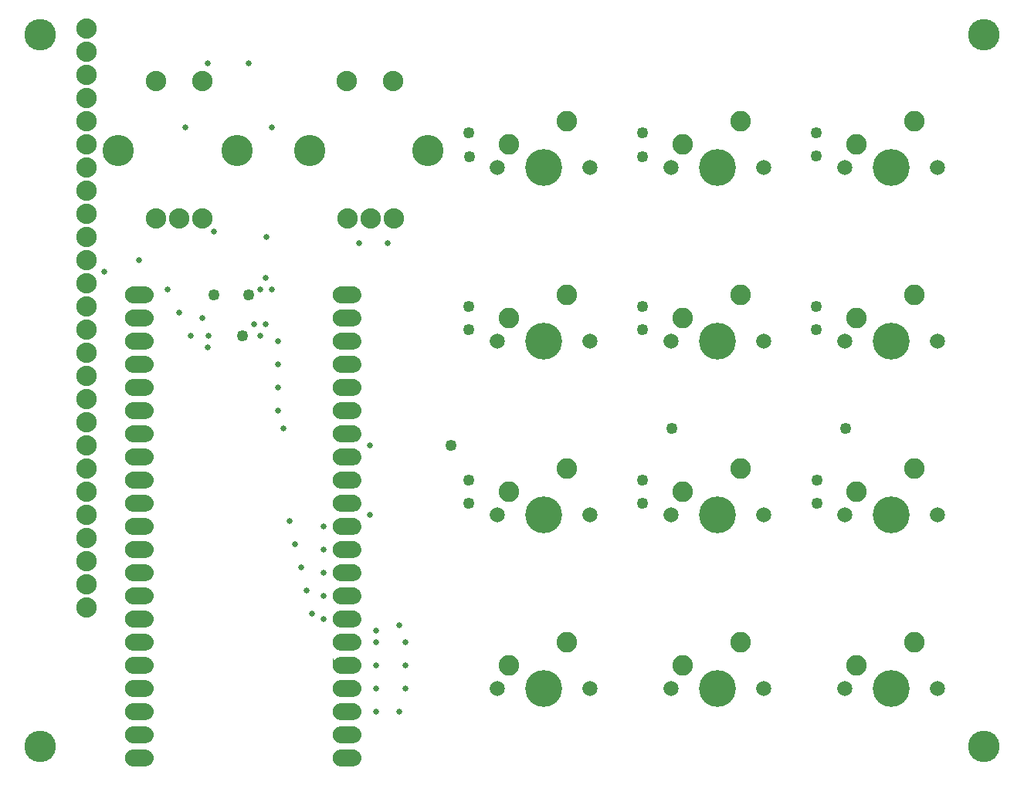
<source format=gbs>
G04 MADE WITH FRITZING*
G04 WWW.FRITZING.ORG*
G04 DOUBLE SIDED*
G04 HOLES PLATED*
G04 CONTOUR ON CENTER OF CONTOUR VECTOR*
%ASAXBY*%
%FSLAX23Y23*%
%MOIN*%
%OFA0B0*%
%SFA1.0B1.0*%
%ADD10C,0.135000*%
%ADD11C,0.088000*%
%ADD12C,0.025748*%
%ADD13C,0.049370*%
%ADD14C,0.062000*%
%ADD15C,0.088639*%
%ADD16C,0.158908*%
%ADD17C,0.065278*%
%ADD18C,0.135984*%
%ADD19R,0.001000X0.001000*%
%LNMASK0*%
G90*
G70*
G54D10*
X945Y2677D03*
X434Y2679D03*
G54D11*
X596Y2979D03*
X796Y2979D03*
X797Y2385D03*
X697Y2385D03*
X597Y2385D03*
G54D10*
X1770Y2677D03*
X1259Y2679D03*
G54D11*
X1421Y2979D03*
X1621Y2979D03*
X1622Y2385D03*
X1522Y2385D03*
X1422Y2385D03*
G54D12*
X722Y2778D03*
X1097Y2778D03*
X797Y1954D03*
X646Y2079D03*
X696Y1978D03*
X746Y1878D03*
X1146Y1478D03*
X1122Y1553D03*
X1122Y1655D03*
X1122Y1754D03*
X1122Y1853D03*
X1646Y628D03*
X1547Y604D03*
X1646Y254D03*
X1547Y254D03*
X1672Y353D03*
X1547Y353D03*
X1672Y454D03*
X1547Y454D03*
X1547Y554D03*
X1672Y554D03*
X1321Y653D03*
X1271Y679D03*
X1321Y753D03*
X1246Y779D03*
X1321Y854D03*
X1222Y878D03*
X1321Y954D03*
X1196Y978D03*
X1321Y1054D03*
X1172Y1079D03*
X1521Y1103D03*
X1521Y1404D03*
X821Y3054D03*
X997Y3054D03*
X821Y1829D03*
X822Y1879D03*
X1472Y2278D03*
X1597Y2279D03*
X1046Y2079D03*
X1071Y2129D03*
X1096Y2079D03*
X1021Y1929D03*
X1046Y1879D03*
X1071Y1929D03*
X1072Y2304D03*
X847Y2328D03*
X372Y2153D03*
X522Y2203D03*
G54D11*
X296Y704D03*
X296Y804D03*
X296Y904D03*
X296Y1004D03*
X296Y1104D03*
X296Y1204D03*
X296Y1304D03*
X296Y1404D03*
X296Y1504D03*
X296Y1604D03*
X296Y1704D03*
X296Y1804D03*
X296Y1904D03*
X296Y2004D03*
X296Y2104D03*
X296Y2204D03*
X296Y2304D03*
X296Y2404D03*
X296Y2504D03*
X296Y2604D03*
X296Y2704D03*
X296Y2804D03*
X296Y2904D03*
X296Y3004D03*
X296Y3104D03*
X296Y3204D03*
G54D13*
X1947Y2754D03*
X1948Y2652D03*
X2695Y2652D03*
X2695Y2754D03*
X3447Y2654D03*
X3447Y2754D03*
X1946Y1903D03*
X2697Y1903D03*
X3446Y1903D03*
X3446Y2005D03*
X2697Y2005D03*
X1946Y2005D03*
X3448Y1254D03*
X3448Y1153D03*
X2695Y1254D03*
X2695Y1153D03*
X1946Y1254D03*
X1946Y1153D03*
X2822Y1479D03*
X3572Y1479D03*
G54D14*
X521Y2054D03*
X521Y1954D03*
X521Y1854D03*
X521Y1754D03*
X521Y1654D03*
X521Y1554D03*
X521Y1454D03*
X521Y1354D03*
X521Y1254D03*
X521Y1154D03*
X521Y1054D03*
X521Y954D03*
X521Y854D03*
X521Y754D03*
X521Y654D03*
X521Y554D03*
X521Y454D03*
X521Y354D03*
X521Y254D03*
X521Y154D03*
X521Y54D03*
X1421Y54D03*
X1421Y154D03*
X1421Y254D03*
X1421Y354D03*
X1421Y454D03*
X1421Y554D03*
X1421Y654D03*
X1421Y754D03*
X1421Y854D03*
X1421Y954D03*
X1421Y1054D03*
X1421Y1154D03*
X1421Y1254D03*
X1421Y1354D03*
X1421Y1454D03*
X1421Y1554D03*
X1421Y1654D03*
X1421Y1754D03*
X1421Y1854D03*
X1421Y1954D03*
X1421Y2054D03*
G54D15*
X2121Y2704D03*
X2371Y2804D03*
G54D16*
X2271Y2604D03*
G54D17*
X2071Y2604D03*
X2471Y2604D03*
G54D15*
X2871Y2704D03*
X3121Y2804D03*
G54D16*
X3021Y2604D03*
G54D17*
X2821Y2604D03*
X3221Y2604D03*
G54D15*
X3621Y2704D03*
X3871Y2804D03*
G54D16*
X3771Y2604D03*
G54D17*
X3571Y2604D03*
X3971Y2604D03*
G54D15*
X2121Y1954D03*
X2371Y2054D03*
G54D16*
X2271Y1854D03*
G54D17*
X2071Y1854D03*
X2471Y1854D03*
G54D15*
X2871Y1954D03*
X3121Y2054D03*
G54D16*
X3021Y1854D03*
G54D17*
X2821Y1854D03*
X3221Y1854D03*
G54D15*
X3621Y1954D03*
X3871Y2054D03*
G54D16*
X3771Y1854D03*
G54D17*
X3571Y1854D03*
X3971Y1854D03*
G54D15*
X2121Y1204D03*
X2371Y1304D03*
G54D16*
X2271Y1104D03*
G54D17*
X2071Y1104D03*
X2471Y1104D03*
G54D15*
X2871Y1204D03*
X3121Y1304D03*
G54D16*
X3021Y1104D03*
G54D17*
X2821Y1104D03*
X3221Y1104D03*
G54D15*
X3621Y1204D03*
X3871Y1304D03*
G54D16*
X3771Y1104D03*
G54D17*
X3571Y1104D03*
X3971Y1104D03*
G54D15*
X2121Y454D03*
X2371Y554D03*
G54D16*
X2271Y354D03*
G54D17*
X2071Y354D03*
X2471Y354D03*
G54D15*
X2871Y454D03*
X3121Y554D03*
G54D16*
X3021Y354D03*
G54D17*
X2821Y354D03*
X3221Y354D03*
G54D15*
X3621Y454D03*
X3871Y554D03*
G54D16*
X3771Y354D03*
G54D17*
X3571Y354D03*
X3971Y354D03*
G54D18*
X96Y3179D03*
X96Y104D03*
X4171Y104D03*
X4171Y3179D03*
G54D13*
X996Y2054D03*
X846Y2054D03*
X971Y1879D03*
X1871Y1403D03*
G54D19*
X496Y2090D02*
X551Y2090D01*
X1393Y2090D02*
X1448Y2090D01*
X490Y2089D02*
X557Y2089D01*
X1387Y2089D02*
X1454Y2089D01*
X486Y2088D02*
X560Y2088D01*
X1383Y2088D02*
X1457Y2088D01*
X484Y2087D02*
X563Y2087D01*
X1381Y2087D02*
X1460Y2087D01*
X482Y2086D02*
X565Y2086D01*
X1379Y2086D02*
X1462Y2086D01*
X480Y2085D02*
X567Y2085D01*
X1377Y2085D02*
X1464Y2085D01*
X478Y2084D02*
X569Y2084D01*
X1375Y2084D02*
X1466Y2084D01*
X477Y2083D02*
X570Y2083D01*
X1374Y2083D02*
X1467Y2083D01*
X475Y2082D02*
X572Y2082D01*
X1372Y2082D02*
X1468Y2082D01*
X474Y2081D02*
X573Y2081D01*
X1371Y2081D02*
X1470Y2081D01*
X473Y2080D02*
X574Y2080D01*
X1370Y2080D02*
X1471Y2080D01*
X472Y2079D02*
X575Y2079D01*
X1369Y2079D02*
X1472Y2079D01*
X471Y2078D02*
X576Y2078D01*
X1368Y2078D02*
X1473Y2078D01*
X470Y2077D02*
X577Y2077D01*
X1367Y2077D02*
X1474Y2077D01*
X470Y2076D02*
X577Y2076D01*
X1366Y2076D02*
X1474Y2076D01*
X469Y2075D02*
X578Y2075D01*
X1366Y2075D02*
X1475Y2075D01*
X468Y2074D02*
X579Y2074D01*
X1365Y2074D02*
X1476Y2074D01*
X468Y2073D02*
X579Y2073D01*
X1364Y2073D02*
X1476Y2073D01*
X467Y2072D02*
X580Y2072D01*
X1364Y2072D02*
X1477Y2072D01*
X466Y2071D02*
X581Y2071D01*
X1363Y2071D02*
X1477Y2071D01*
X466Y2070D02*
X581Y2070D01*
X1363Y2070D02*
X1478Y2070D01*
X465Y2069D02*
X581Y2069D01*
X1362Y2069D02*
X1478Y2069D01*
X465Y2068D02*
X582Y2068D01*
X1362Y2068D02*
X1479Y2068D01*
X465Y2067D02*
X582Y2067D01*
X1361Y2067D02*
X1479Y2067D01*
X464Y2066D02*
X583Y2066D01*
X1361Y2066D02*
X1480Y2066D01*
X464Y2065D02*
X583Y2065D01*
X1361Y2065D02*
X1480Y2065D01*
X464Y2064D02*
X583Y2064D01*
X1360Y2064D02*
X1480Y2064D01*
X463Y2063D02*
X584Y2063D01*
X1360Y2063D02*
X1480Y2063D01*
X463Y2062D02*
X584Y2062D01*
X1360Y2062D02*
X1481Y2062D01*
X463Y2061D02*
X584Y2061D01*
X1360Y2061D02*
X1481Y2061D01*
X463Y2060D02*
X522Y2060D01*
X527Y2060D02*
X584Y2060D01*
X1359Y2060D02*
X1418Y2060D01*
X1423Y2060D02*
X1481Y2060D01*
X462Y2059D02*
X520Y2059D01*
X528Y2059D02*
X584Y2059D01*
X1359Y2059D02*
X1416Y2059D01*
X1424Y2059D02*
X1481Y2059D01*
X462Y2058D02*
X519Y2058D01*
X529Y2058D02*
X585Y2058D01*
X1359Y2058D02*
X1415Y2058D01*
X1425Y2058D02*
X1482Y2058D01*
X462Y2057D02*
X518Y2057D01*
X530Y2057D02*
X585Y2057D01*
X1359Y2057D02*
X1414Y2057D01*
X1426Y2057D02*
X1482Y2057D01*
X462Y2056D02*
X518Y2056D01*
X531Y2056D02*
X585Y2056D01*
X1359Y2056D02*
X1414Y2056D01*
X1427Y2056D02*
X1482Y2056D01*
X462Y2055D02*
X518Y2055D01*
X531Y2055D02*
X585Y2055D01*
X1359Y2055D02*
X1414Y2055D01*
X1427Y2055D02*
X1482Y2055D01*
X462Y2054D02*
X518Y2054D01*
X531Y2054D02*
X585Y2054D01*
X1359Y2054D02*
X1414Y2054D01*
X1427Y2054D02*
X1482Y2054D01*
X462Y2053D02*
X518Y2053D01*
X531Y2053D02*
X585Y2053D01*
X1359Y2053D02*
X1414Y2053D01*
X1427Y2053D02*
X1482Y2053D01*
X462Y2052D02*
X518Y2052D01*
X530Y2052D02*
X585Y2052D01*
X1359Y2052D02*
X1414Y2052D01*
X1427Y2052D02*
X1482Y2052D01*
X462Y2051D02*
X519Y2051D01*
X530Y2051D02*
X585Y2051D01*
X1359Y2051D02*
X1415Y2051D01*
X1426Y2051D02*
X1482Y2051D01*
X462Y2050D02*
X519Y2050D01*
X529Y2050D02*
X585Y2050D01*
X1359Y2050D02*
X1416Y2050D01*
X1425Y2050D02*
X1481Y2050D01*
X462Y2049D02*
X521Y2049D01*
X528Y2049D02*
X584Y2049D01*
X1359Y2049D02*
X1417Y2049D01*
X1424Y2049D02*
X1481Y2049D01*
X463Y2048D02*
X584Y2048D01*
X1359Y2048D02*
X1481Y2048D01*
X463Y2047D02*
X584Y2047D01*
X1359Y2047D02*
X1481Y2047D01*
X463Y2046D02*
X584Y2046D01*
X1359Y2046D02*
X1481Y2046D01*
X463Y2045D02*
X584Y2045D01*
X1359Y2045D02*
X1480Y2045D01*
X464Y2044D02*
X583Y2044D01*
X1360Y2044D02*
X1480Y2044D01*
X464Y2043D02*
X583Y2043D01*
X1361Y2043D02*
X1480Y2043D01*
X464Y2042D02*
X583Y2042D01*
X1361Y2042D02*
X1479Y2042D01*
X465Y2041D02*
X582Y2041D01*
X1362Y2041D02*
X1479Y2041D01*
X465Y2040D02*
X582Y2040D01*
X1362Y2040D02*
X1479Y2040D01*
X466Y2039D02*
X581Y2039D01*
X1362Y2039D02*
X1478Y2039D01*
X466Y2038D02*
X581Y2038D01*
X1363Y2038D02*
X1478Y2038D01*
X467Y2037D02*
X580Y2037D01*
X1363Y2037D02*
X1477Y2037D01*
X467Y2036D02*
X580Y2036D01*
X1364Y2036D02*
X1477Y2036D01*
X468Y2035D02*
X579Y2035D01*
X1365Y2035D02*
X1476Y2035D01*
X468Y2034D02*
X579Y2034D01*
X1365Y2034D02*
X1475Y2034D01*
X469Y2033D02*
X578Y2033D01*
X1366Y2033D02*
X1475Y2033D01*
X470Y2032D02*
X577Y2032D01*
X1367Y2032D02*
X1474Y2032D01*
X470Y2031D02*
X576Y2031D01*
X1367Y2031D02*
X1473Y2031D01*
X471Y2030D02*
X576Y2030D01*
X1368Y2030D02*
X1472Y2030D01*
X472Y2029D02*
X575Y2029D01*
X1369Y2029D02*
X1472Y2029D01*
X473Y2028D02*
X574Y2028D01*
X1370Y2028D02*
X1470Y2028D01*
X474Y2027D02*
X572Y2027D01*
X1371Y2027D02*
X1469Y2027D01*
X476Y2026D02*
X571Y2026D01*
X1373Y2026D02*
X1468Y2026D01*
X477Y2025D02*
X570Y2025D01*
X1374Y2025D02*
X1467Y2025D01*
X479Y2024D02*
X568Y2024D01*
X1375Y2024D02*
X1465Y2024D01*
X480Y2023D02*
X567Y2023D01*
X1377Y2023D02*
X1463Y2023D01*
X482Y2022D02*
X565Y2022D01*
X1379Y2022D02*
X1462Y2022D01*
X484Y2021D02*
X562Y2021D01*
X1381Y2021D02*
X1459Y2021D01*
X487Y2020D02*
X560Y2020D01*
X1384Y2020D02*
X1457Y2020D01*
X491Y2019D02*
X556Y2019D01*
X1388Y2019D02*
X1453Y2019D01*
X496Y1990D02*
X551Y1990D01*
X1393Y1990D02*
X1448Y1990D01*
X490Y1989D02*
X557Y1989D01*
X1387Y1989D02*
X1454Y1989D01*
X486Y1988D02*
X560Y1988D01*
X1383Y1988D02*
X1457Y1988D01*
X484Y1987D02*
X563Y1987D01*
X1381Y1987D02*
X1460Y1987D01*
X482Y1986D02*
X565Y1986D01*
X1379Y1986D02*
X1462Y1986D01*
X480Y1985D02*
X567Y1985D01*
X1377Y1985D02*
X1464Y1985D01*
X478Y1984D02*
X569Y1984D01*
X1375Y1984D02*
X1466Y1984D01*
X477Y1983D02*
X570Y1983D01*
X1374Y1983D02*
X1467Y1983D01*
X475Y1982D02*
X572Y1982D01*
X1372Y1982D02*
X1468Y1982D01*
X474Y1981D02*
X573Y1981D01*
X1371Y1981D02*
X1470Y1981D01*
X473Y1980D02*
X574Y1980D01*
X1370Y1980D02*
X1471Y1980D01*
X472Y1979D02*
X575Y1979D01*
X1369Y1979D02*
X1472Y1979D01*
X471Y1978D02*
X576Y1978D01*
X1368Y1978D02*
X1473Y1978D01*
X470Y1977D02*
X577Y1977D01*
X1367Y1977D02*
X1474Y1977D01*
X469Y1976D02*
X577Y1976D01*
X1366Y1976D02*
X1474Y1976D01*
X469Y1975D02*
X578Y1975D01*
X1366Y1975D02*
X1475Y1975D01*
X468Y1974D02*
X579Y1974D01*
X1365Y1974D02*
X1476Y1974D01*
X467Y1973D02*
X579Y1973D01*
X1364Y1973D02*
X1476Y1973D01*
X467Y1972D02*
X580Y1972D01*
X1364Y1972D02*
X1477Y1972D01*
X466Y1971D02*
X580Y1971D01*
X1363Y1971D02*
X1477Y1971D01*
X466Y1970D02*
X581Y1970D01*
X1363Y1970D02*
X1478Y1970D01*
X465Y1969D02*
X581Y1969D01*
X1362Y1969D02*
X1478Y1969D01*
X465Y1968D02*
X582Y1968D01*
X1362Y1968D02*
X1479Y1968D01*
X465Y1967D02*
X582Y1967D01*
X1361Y1967D02*
X1479Y1967D01*
X464Y1966D02*
X583Y1966D01*
X1361Y1966D02*
X1480Y1966D01*
X464Y1965D02*
X583Y1965D01*
X1361Y1965D02*
X1480Y1965D01*
X463Y1964D02*
X583Y1964D01*
X1360Y1964D02*
X1480Y1964D01*
X463Y1963D02*
X584Y1963D01*
X1360Y1963D02*
X1480Y1963D01*
X463Y1962D02*
X584Y1962D01*
X1360Y1962D02*
X1481Y1962D01*
X463Y1961D02*
X584Y1961D01*
X1360Y1961D02*
X1481Y1961D01*
X462Y1960D02*
X522Y1960D01*
X526Y1960D02*
X584Y1960D01*
X1359Y1960D02*
X1418Y1960D01*
X1423Y1960D02*
X1481Y1960D01*
X462Y1959D02*
X520Y1959D01*
X528Y1959D02*
X584Y1959D01*
X1359Y1959D02*
X1416Y1959D01*
X1425Y1959D02*
X1481Y1959D01*
X462Y1958D02*
X519Y1958D01*
X529Y1958D02*
X585Y1958D01*
X1359Y1958D02*
X1415Y1958D01*
X1426Y1958D02*
X1482Y1958D01*
X462Y1957D02*
X518Y1957D01*
X530Y1957D02*
X585Y1957D01*
X1359Y1957D02*
X1414Y1957D01*
X1426Y1957D02*
X1482Y1957D01*
X462Y1956D02*
X518Y1956D01*
X531Y1956D02*
X585Y1956D01*
X1359Y1956D02*
X1414Y1956D01*
X1427Y1956D02*
X1482Y1956D01*
X462Y1955D02*
X518Y1955D01*
X531Y1955D02*
X585Y1955D01*
X1359Y1955D02*
X1414Y1955D01*
X1427Y1955D02*
X1482Y1955D01*
X462Y1954D02*
X517Y1954D01*
X531Y1954D02*
X585Y1954D01*
X1359Y1954D02*
X1414Y1954D01*
X1427Y1954D02*
X1482Y1954D01*
X462Y1953D02*
X518Y1953D01*
X531Y1953D02*
X585Y1953D01*
X1359Y1953D02*
X1414Y1953D01*
X1427Y1953D02*
X1482Y1953D01*
X462Y1952D02*
X518Y1952D01*
X530Y1952D02*
X585Y1952D01*
X1359Y1952D02*
X1414Y1952D01*
X1427Y1952D02*
X1482Y1952D01*
X462Y1951D02*
X518Y1951D01*
X530Y1951D02*
X585Y1951D01*
X1359Y1951D02*
X1415Y1951D01*
X1426Y1951D02*
X1482Y1951D01*
X462Y1950D02*
X519Y1950D01*
X529Y1950D02*
X585Y1950D01*
X1359Y1950D02*
X1415Y1950D01*
X1425Y1950D02*
X1481Y1950D01*
X462Y1949D02*
X520Y1949D01*
X528Y1949D02*
X584Y1949D01*
X1359Y1949D02*
X1417Y1949D01*
X1424Y1949D02*
X1481Y1949D01*
X463Y1948D02*
X584Y1948D01*
X1359Y1948D02*
X1481Y1948D01*
X463Y1947D02*
X584Y1947D01*
X1359Y1947D02*
X1481Y1947D01*
X463Y1946D02*
X584Y1946D01*
X1359Y1946D02*
X1481Y1946D01*
X463Y1945D02*
X583Y1945D01*
X1359Y1945D02*
X1480Y1945D01*
X464Y1944D02*
X583Y1944D01*
X1360Y1944D02*
X1480Y1944D01*
X464Y1943D02*
X583Y1943D01*
X1361Y1943D02*
X1480Y1943D01*
X464Y1942D02*
X582Y1942D01*
X1361Y1942D02*
X1479Y1942D01*
X465Y1941D02*
X582Y1941D01*
X1362Y1941D02*
X1479Y1941D01*
X465Y1940D02*
X582Y1940D01*
X1362Y1940D02*
X1479Y1940D01*
X465Y1939D02*
X581Y1939D01*
X1362Y1939D02*
X1478Y1939D01*
X466Y1938D02*
X581Y1938D01*
X1363Y1938D02*
X1478Y1938D01*
X466Y1937D02*
X580Y1937D01*
X1363Y1937D02*
X1477Y1937D01*
X467Y1936D02*
X580Y1936D01*
X1364Y1936D02*
X1477Y1936D01*
X468Y1935D02*
X579Y1935D01*
X1365Y1935D02*
X1476Y1935D01*
X468Y1934D02*
X579Y1934D01*
X1365Y1934D02*
X1475Y1934D01*
X469Y1933D02*
X578Y1933D01*
X1366Y1933D02*
X1475Y1933D01*
X470Y1932D02*
X577Y1932D01*
X1367Y1932D02*
X1474Y1932D01*
X470Y1931D02*
X576Y1931D01*
X1367Y1931D02*
X1473Y1931D01*
X471Y1930D02*
X575Y1930D01*
X1368Y1930D02*
X1472Y1930D01*
X472Y1929D02*
X575Y1929D01*
X1369Y1929D02*
X1472Y1929D01*
X473Y1928D02*
X574Y1928D01*
X1370Y1928D02*
X1470Y1928D01*
X474Y1927D02*
X572Y1927D01*
X1371Y1927D02*
X1469Y1927D01*
X476Y1926D02*
X571Y1926D01*
X1373Y1926D02*
X1468Y1926D01*
X477Y1925D02*
X570Y1925D01*
X1374Y1925D02*
X1467Y1925D01*
X479Y1924D02*
X568Y1924D01*
X1375Y1924D02*
X1465Y1924D01*
X480Y1923D02*
X567Y1923D01*
X1377Y1923D02*
X1463Y1923D01*
X482Y1922D02*
X565Y1922D01*
X1379Y1922D02*
X1461Y1922D01*
X484Y1921D02*
X562Y1921D01*
X1381Y1921D02*
X1459Y1921D01*
X487Y1920D02*
X560Y1920D01*
X1384Y1920D02*
X1457Y1920D01*
X491Y1919D02*
X556Y1919D01*
X1388Y1919D02*
X1453Y1919D01*
X496Y1890D02*
X551Y1890D01*
X1393Y1890D02*
X1448Y1890D01*
X490Y1889D02*
X557Y1889D01*
X1387Y1889D02*
X1454Y1889D01*
X486Y1888D02*
X560Y1888D01*
X1383Y1888D02*
X1457Y1888D01*
X484Y1887D02*
X563Y1887D01*
X1381Y1887D02*
X1460Y1887D01*
X482Y1886D02*
X565Y1886D01*
X1379Y1886D02*
X1462Y1886D01*
X480Y1885D02*
X567Y1885D01*
X1377Y1885D02*
X1464Y1885D01*
X478Y1884D02*
X569Y1884D01*
X1375Y1884D02*
X1466Y1884D01*
X477Y1883D02*
X570Y1883D01*
X1374Y1883D02*
X1467Y1883D01*
X475Y1882D02*
X572Y1882D01*
X1372Y1882D02*
X1469Y1882D01*
X474Y1881D02*
X573Y1881D01*
X1371Y1881D02*
X1470Y1881D01*
X473Y1880D02*
X574Y1880D01*
X1370Y1880D02*
X1471Y1880D01*
X472Y1879D02*
X575Y1879D01*
X1369Y1879D02*
X1472Y1879D01*
X471Y1878D02*
X576Y1878D01*
X1368Y1878D02*
X1473Y1878D01*
X470Y1877D02*
X577Y1877D01*
X1367Y1877D02*
X1474Y1877D01*
X469Y1876D02*
X577Y1876D01*
X1366Y1876D02*
X1474Y1876D01*
X469Y1875D02*
X578Y1875D01*
X1366Y1875D02*
X1475Y1875D01*
X468Y1874D02*
X579Y1874D01*
X1365Y1874D02*
X1476Y1874D01*
X467Y1873D02*
X579Y1873D01*
X1364Y1873D02*
X1476Y1873D01*
X467Y1872D02*
X580Y1872D01*
X1364Y1872D02*
X1477Y1872D01*
X466Y1871D02*
X580Y1871D01*
X1363Y1871D02*
X1477Y1871D01*
X466Y1870D02*
X581Y1870D01*
X1363Y1870D02*
X1478Y1870D01*
X465Y1869D02*
X581Y1869D01*
X1362Y1869D02*
X1478Y1869D01*
X465Y1868D02*
X582Y1868D01*
X1362Y1868D02*
X1479Y1868D01*
X464Y1867D02*
X582Y1867D01*
X1361Y1867D02*
X1479Y1867D01*
X464Y1866D02*
X583Y1866D01*
X1361Y1866D02*
X1480Y1866D01*
X464Y1865D02*
X583Y1865D01*
X1361Y1865D02*
X1480Y1865D01*
X463Y1864D02*
X583Y1864D01*
X1360Y1864D02*
X1480Y1864D01*
X463Y1863D02*
X584Y1863D01*
X1360Y1863D02*
X1480Y1863D01*
X463Y1862D02*
X584Y1862D01*
X1360Y1862D02*
X1481Y1862D01*
X463Y1861D02*
X584Y1861D01*
X1360Y1861D02*
X1481Y1861D01*
X462Y1860D02*
X522Y1860D01*
X526Y1860D02*
X584Y1860D01*
X1359Y1860D02*
X1418Y1860D01*
X1423Y1860D02*
X1481Y1860D01*
X462Y1859D02*
X520Y1859D01*
X528Y1859D02*
X584Y1859D01*
X1359Y1859D02*
X1416Y1859D01*
X1425Y1859D02*
X1481Y1859D01*
X462Y1858D02*
X519Y1858D01*
X529Y1858D02*
X585Y1858D01*
X1359Y1858D02*
X1415Y1858D01*
X1426Y1858D02*
X1482Y1858D01*
X462Y1857D02*
X518Y1857D01*
X530Y1857D02*
X585Y1857D01*
X1359Y1857D02*
X1414Y1857D01*
X1426Y1857D02*
X1482Y1857D01*
X462Y1856D02*
X518Y1856D01*
X531Y1856D02*
X585Y1856D01*
X1359Y1856D02*
X1414Y1856D01*
X1427Y1856D02*
X1482Y1856D01*
X462Y1855D02*
X517Y1855D01*
X531Y1855D02*
X585Y1855D01*
X1359Y1855D02*
X1414Y1855D01*
X1427Y1855D02*
X1482Y1855D01*
X462Y1854D02*
X517Y1854D01*
X531Y1854D02*
X585Y1854D01*
X1359Y1854D02*
X1414Y1854D01*
X1427Y1854D02*
X1482Y1854D01*
X462Y1853D02*
X518Y1853D01*
X531Y1853D02*
X585Y1853D01*
X1359Y1853D02*
X1414Y1853D01*
X1427Y1853D02*
X1482Y1853D01*
X462Y1852D02*
X518Y1852D01*
X530Y1852D02*
X585Y1852D01*
X1359Y1852D02*
X1414Y1852D01*
X1427Y1852D02*
X1482Y1852D01*
X462Y1851D02*
X518Y1851D01*
X530Y1851D02*
X585Y1851D01*
X1359Y1851D02*
X1415Y1851D01*
X1426Y1851D02*
X1482Y1851D01*
X462Y1850D02*
X519Y1850D01*
X529Y1850D02*
X585Y1850D01*
X1359Y1850D02*
X1415Y1850D01*
X1425Y1850D02*
X1481Y1850D01*
X462Y1849D02*
X521Y1849D01*
X528Y1849D02*
X584Y1849D01*
X1359Y1849D02*
X1417Y1849D01*
X1424Y1849D02*
X1481Y1849D01*
X462Y1848D02*
X584Y1848D01*
X1359Y1848D02*
X1481Y1848D01*
X463Y1847D02*
X584Y1847D01*
X1359Y1847D02*
X1481Y1847D01*
X463Y1846D02*
X584Y1846D01*
X1359Y1846D02*
X1481Y1846D01*
X463Y1845D02*
X583Y1845D01*
X1359Y1845D02*
X1480Y1845D01*
X463Y1844D02*
X583Y1844D01*
X1360Y1844D02*
X1480Y1844D01*
X464Y1843D02*
X583Y1843D01*
X1361Y1843D02*
X1480Y1843D01*
X464Y1842D02*
X582Y1842D01*
X1361Y1842D02*
X1479Y1842D01*
X465Y1841D02*
X582Y1841D01*
X1362Y1841D02*
X1479Y1841D01*
X465Y1840D02*
X582Y1840D01*
X1362Y1840D02*
X1479Y1840D01*
X465Y1839D02*
X581Y1839D01*
X1362Y1839D02*
X1478Y1839D01*
X466Y1838D02*
X581Y1838D01*
X1363Y1838D02*
X1478Y1838D01*
X466Y1837D02*
X580Y1837D01*
X1363Y1837D02*
X1477Y1837D01*
X467Y1836D02*
X580Y1836D01*
X1364Y1836D02*
X1477Y1836D01*
X468Y1835D02*
X579Y1835D01*
X1365Y1835D02*
X1476Y1835D01*
X468Y1834D02*
X579Y1834D01*
X1365Y1834D02*
X1475Y1834D01*
X469Y1833D02*
X578Y1833D01*
X1366Y1833D02*
X1475Y1833D01*
X470Y1832D02*
X577Y1832D01*
X1367Y1832D02*
X1474Y1832D01*
X470Y1831D02*
X576Y1831D01*
X1367Y1831D02*
X1473Y1831D01*
X471Y1830D02*
X575Y1830D01*
X1368Y1830D02*
X1472Y1830D01*
X472Y1829D02*
X575Y1829D01*
X1369Y1829D02*
X1472Y1829D01*
X473Y1828D02*
X574Y1828D01*
X1370Y1828D02*
X1470Y1828D01*
X474Y1827D02*
X572Y1827D01*
X1371Y1827D02*
X1469Y1827D01*
X476Y1826D02*
X571Y1826D01*
X1373Y1826D02*
X1468Y1826D01*
X477Y1825D02*
X570Y1825D01*
X1374Y1825D02*
X1467Y1825D01*
X478Y1824D02*
X568Y1824D01*
X1375Y1824D02*
X1465Y1824D01*
X480Y1823D02*
X567Y1823D01*
X1377Y1823D02*
X1463Y1823D01*
X482Y1822D02*
X565Y1822D01*
X1379Y1822D02*
X1461Y1822D01*
X484Y1821D02*
X562Y1821D01*
X1381Y1821D02*
X1459Y1821D01*
X487Y1820D02*
X560Y1820D01*
X1384Y1820D02*
X1457Y1820D01*
X491Y1819D02*
X556Y1819D01*
X1388Y1819D02*
X1453Y1819D01*
X495Y1790D02*
X551Y1790D01*
X1392Y1790D02*
X1448Y1790D01*
X490Y1789D02*
X557Y1789D01*
X1387Y1789D02*
X1454Y1789D01*
X486Y1788D02*
X560Y1788D01*
X1383Y1788D02*
X1457Y1788D01*
X484Y1787D02*
X563Y1787D01*
X1381Y1787D02*
X1460Y1787D01*
X482Y1786D02*
X565Y1786D01*
X1379Y1786D02*
X1462Y1786D01*
X480Y1785D02*
X567Y1785D01*
X1377Y1785D02*
X1464Y1785D01*
X478Y1784D02*
X569Y1784D01*
X1375Y1784D02*
X1466Y1784D01*
X477Y1783D02*
X570Y1783D01*
X1374Y1783D02*
X1467Y1783D01*
X475Y1782D02*
X572Y1782D01*
X1372Y1782D02*
X1469Y1782D01*
X474Y1781D02*
X573Y1781D01*
X1371Y1781D02*
X1470Y1781D01*
X473Y1780D02*
X574Y1780D01*
X1370Y1780D02*
X1471Y1780D01*
X472Y1779D02*
X575Y1779D01*
X1369Y1779D02*
X1472Y1779D01*
X471Y1778D02*
X576Y1778D01*
X1368Y1778D02*
X1473Y1778D01*
X470Y1777D02*
X577Y1777D01*
X1367Y1777D02*
X1474Y1777D01*
X469Y1776D02*
X577Y1776D01*
X1366Y1776D02*
X1474Y1776D01*
X469Y1775D02*
X578Y1775D01*
X1366Y1775D02*
X1475Y1775D01*
X468Y1774D02*
X579Y1774D01*
X1365Y1774D02*
X1476Y1774D01*
X467Y1773D02*
X579Y1773D01*
X1364Y1773D02*
X1476Y1773D01*
X467Y1772D02*
X580Y1772D01*
X1364Y1772D02*
X1477Y1772D01*
X466Y1771D02*
X580Y1771D01*
X1363Y1771D02*
X1477Y1771D01*
X466Y1770D02*
X581Y1770D01*
X1363Y1770D02*
X1478Y1770D01*
X465Y1769D02*
X581Y1769D01*
X1362Y1769D02*
X1478Y1769D01*
X465Y1768D02*
X582Y1768D01*
X1362Y1768D02*
X1479Y1768D01*
X464Y1767D02*
X582Y1767D01*
X1361Y1767D02*
X1479Y1767D01*
X464Y1766D02*
X583Y1766D01*
X1361Y1766D02*
X1480Y1766D01*
X464Y1765D02*
X583Y1765D01*
X1361Y1765D02*
X1480Y1765D01*
X463Y1764D02*
X583Y1764D01*
X1360Y1764D02*
X1480Y1764D01*
X463Y1763D02*
X584Y1763D01*
X1360Y1763D02*
X1480Y1763D01*
X463Y1762D02*
X584Y1762D01*
X1360Y1762D02*
X1481Y1762D01*
X463Y1761D02*
X584Y1761D01*
X1360Y1761D02*
X1481Y1761D01*
X462Y1760D02*
X522Y1760D01*
X527Y1760D02*
X584Y1760D01*
X1359Y1760D02*
X1418Y1760D01*
X1423Y1760D02*
X1481Y1760D01*
X462Y1759D02*
X520Y1759D01*
X528Y1759D02*
X584Y1759D01*
X1359Y1759D02*
X1416Y1759D01*
X1425Y1759D02*
X1481Y1759D01*
X462Y1758D02*
X519Y1758D01*
X529Y1758D02*
X585Y1758D01*
X1359Y1758D02*
X1415Y1758D01*
X1426Y1758D02*
X1482Y1758D01*
X462Y1757D02*
X518Y1757D01*
X530Y1757D02*
X585Y1757D01*
X1359Y1757D02*
X1414Y1757D01*
X1426Y1757D02*
X1482Y1757D01*
X462Y1756D02*
X518Y1756D01*
X531Y1756D02*
X585Y1756D01*
X1359Y1756D02*
X1414Y1756D01*
X1427Y1756D02*
X1482Y1756D01*
X462Y1755D02*
X517Y1755D01*
X531Y1755D02*
X585Y1755D01*
X1359Y1755D02*
X1414Y1755D01*
X1427Y1755D02*
X1482Y1755D01*
X462Y1754D02*
X517Y1754D01*
X531Y1754D02*
X585Y1754D01*
X1359Y1754D02*
X1414Y1754D01*
X1427Y1754D02*
X1482Y1754D01*
X462Y1753D02*
X518Y1753D01*
X531Y1753D02*
X585Y1753D01*
X1359Y1753D02*
X1414Y1753D01*
X1427Y1753D02*
X1482Y1753D01*
X462Y1752D02*
X518Y1752D01*
X530Y1752D02*
X585Y1752D01*
X1359Y1752D02*
X1414Y1752D01*
X1427Y1752D02*
X1482Y1752D01*
X462Y1751D02*
X518Y1751D01*
X530Y1751D02*
X585Y1751D01*
X1359Y1751D02*
X1415Y1751D01*
X1426Y1751D02*
X1482Y1751D01*
X462Y1750D02*
X519Y1750D01*
X529Y1750D02*
X585Y1750D01*
X1359Y1750D02*
X1415Y1750D01*
X1425Y1750D02*
X1481Y1750D01*
X462Y1749D02*
X521Y1749D01*
X528Y1749D02*
X584Y1749D01*
X1359Y1749D02*
X1417Y1749D01*
X1424Y1749D02*
X1481Y1749D01*
X463Y1748D02*
X584Y1748D01*
X1359Y1748D02*
X1481Y1748D01*
X463Y1747D02*
X584Y1747D01*
X1359Y1747D02*
X1481Y1747D01*
X463Y1746D02*
X584Y1746D01*
X1359Y1746D02*
X1481Y1746D01*
X463Y1745D02*
X583Y1745D01*
X1359Y1745D02*
X1480Y1745D01*
X464Y1744D02*
X583Y1744D01*
X1360Y1744D02*
X1480Y1744D01*
X464Y1743D02*
X583Y1743D01*
X1361Y1743D02*
X1480Y1743D01*
X464Y1742D02*
X582Y1742D01*
X1361Y1742D02*
X1479Y1742D01*
X465Y1741D02*
X582Y1741D01*
X1362Y1741D02*
X1479Y1741D01*
X465Y1740D02*
X582Y1740D01*
X1362Y1740D02*
X1479Y1740D01*
X465Y1739D02*
X581Y1739D01*
X1362Y1739D02*
X1478Y1739D01*
X466Y1738D02*
X581Y1738D01*
X1363Y1738D02*
X1478Y1738D01*
X466Y1737D02*
X580Y1737D01*
X1363Y1737D02*
X1477Y1737D01*
X467Y1736D02*
X580Y1736D01*
X1364Y1736D02*
X1477Y1736D01*
X468Y1735D02*
X579Y1735D01*
X1365Y1735D02*
X1476Y1735D01*
X468Y1734D02*
X579Y1734D01*
X1365Y1734D02*
X1475Y1734D01*
X469Y1733D02*
X578Y1733D01*
X1366Y1733D02*
X1475Y1733D01*
X470Y1732D02*
X577Y1732D01*
X1367Y1732D02*
X1474Y1732D01*
X470Y1731D02*
X576Y1731D01*
X1367Y1731D02*
X1473Y1731D01*
X471Y1730D02*
X575Y1730D01*
X1368Y1730D02*
X1472Y1730D01*
X472Y1729D02*
X575Y1729D01*
X1369Y1729D02*
X1471Y1729D01*
X473Y1728D02*
X573Y1728D01*
X1370Y1728D02*
X1470Y1728D01*
X474Y1727D02*
X572Y1727D01*
X1371Y1727D02*
X1469Y1727D01*
X476Y1726D02*
X571Y1726D01*
X1373Y1726D02*
X1468Y1726D01*
X477Y1725D02*
X570Y1725D01*
X1374Y1725D02*
X1467Y1725D01*
X479Y1724D02*
X568Y1724D01*
X1376Y1724D02*
X1465Y1724D01*
X480Y1723D02*
X566Y1723D01*
X1377Y1723D02*
X1463Y1723D01*
X482Y1722D02*
X564Y1722D01*
X1379Y1722D02*
X1461Y1722D01*
X484Y1721D02*
X562Y1721D01*
X1381Y1721D02*
X1459Y1721D01*
X487Y1720D02*
X560Y1720D01*
X1384Y1720D02*
X1457Y1720D01*
X491Y1719D02*
X556Y1719D01*
X1388Y1719D02*
X1453Y1719D01*
X495Y1690D02*
X552Y1690D01*
X1392Y1690D02*
X1449Y1690D01*
X489Y1689D02*
X557Y1689D01*
X1386Y1689D02*
X1454Y1689D01*
X486Y1688D02*
X561Y1688D01*
X1383Y1688D02*
X1457Y1688D01*
X484Y1687D02*
X563Y1687D01*
X1381Y1687D02*
X1460Y1687D01*
X481Y1686D02*
X565Y1686D01*
X1378Y1686D02*
X1462Y1686D01*
X480Y1685D02*
X567Y1685D01*
X1377Y1685D02*
X1464Y1685D01*
X478Y1684D02*
X569Y1684D01*
X1375Y1684D02*
X1466Y1684D01*
X476Y1683D02*
X570Y1683D01*
X1373Y1683D02*
X1467Y1683D01*
X475Y1682D02*
X572Y1682D01*
X1372Y1682D02*
X1469Y1682D01*
X474Y1681D02*
X573Y1681D01*
X1371Y1681D02*
X1470Y1681D01*
X473Y1680D02*
X574Y1680D01*
X1370Y1680D02*
X1471Y1680D01*
X472Y1679D02*
X575Y1679D01*
X1369Y1679D02*
X1472Y1679D01*
X471Y1678D02*
X576Y1678D01*
X1368Y1678D02*
X1473Y1678D01*
X470Y1677D02*
X577Y1677D01*
X1367Y1677D02*
X1474Y1677D01*
X469Y1676D02*
X577Y1676D01*
X1366Y1676D02*
X1474Y1676D01*
X469Y1675D02*
X578Y1675D01*
X1366Y1675D02*
X1475Y1675D01*
X468Y1674D02*
X579Y1674D01*
X1365Y1674D02*
X1476Y1674D01*
X467Y1673D02*
X579Y1673D01*
X1364Y1673D02*
X1476Y1673D01*
X467Y1672D02*
X580Y1672D01*
X1364Y1672D02*
X1477Y1672D01*
X466Y1671D02*
X580Y1671D01*
X1363Y1671D02*
X1477Y1671D01*
X466Y1670D02*
X581Y1670D01*
X1363Y1670D02*
X1478Y1670D01*
X465Y1669D02*
X581Y1669D01*
X1362Y1669D02*
X1478Y1669D01*
X465Y1668D02*
X582Y1668D01*
X1362Y1668D02*
X1479Y1668D01*
X464Y1667D02*
X582Y1667D01*
X1361Y1667D02*
X1479Y1667D01*
X464Y1666D02*
X583Y1666D01*
X1361Y1666D02*
X1480Y1666D01*
X464Y1665D02*
X583Y1665D01*
X1361Y1665D02*
X1480Y1665D01*
X463Y1664D02*
X583Y1664D01*
X1360Y1664D02*
X1480Y1664D01*
X463Y1663D02*
X584Y1663D01*
X1360Y1663D02*
X1481Y1663D01*
X463Y1662D02*
X584Y1662D01*
X1360Y1662D02*
X1481Y1662D01*
X463Y1661D02*
X584Y1661D01*
X1360Y1661D02*
X1481Y1661D01*
X462Y1660D02*
X521Y1660D01*
X527Y1660D02*
X584Y1660D01*
X1359Y1660D02*
X1418Y1660D01*
X1423Y1660D02*
X1481Y1660D01*
X462Y1659D02*
X520Y1659D01*
X528Y1659D02*
X584Y1659D01*
X1359Y1659D02*
X1416Y1659D01*
X1424Y1659D02*
X1481Y1659D01*
X462Y1658D02*
X519Y1658D01*
X529Y1658D02*
X585Y1658D01*
X1359Y1658D02*
X1415Y1658D01*
X1425Y1658D02*
X1482Y1658D01*
X462Y1657D02*
X518Y1657D01*
X530Y1657D02*
X585Y1657D01*
X1359Y1657D02*
X1414Y1657D01*
X1426Y1657D02*
X1482Y1657D01*
X462Y1656D02*
X518Y1656D01*
X530Y1656D02*
X585Y1656D01*
X1359Y1656D02*
X1414Y1656D01*
X1427Y1656D02*
X1482Y1656D01*
X462Y1655D02*
X518Y1655D01*
X531Y1655D02*
X585Y1655D01*
X1359Y1655D02*
X1414Y1655D01*
X1427Y1655D02*
X1482Y1655D01*
X462Y1654D02*
X518Y1654D01*
X531Y1654D02*
X585Y1654D01*
X1359Y1654D02*
X1414Y1654D01*
X1427Y1654D02*
X1482Y1654D01*
X462Y1653D02*
X518Y1653D01*
X531Y1653D02*
X585Y1653D01*
X1359Y1653D02*
X1414Y1653D01*
X1427Y1653D02*
X1482Y1653D01*
X462Y1652D02*
X518Y1652D01*
X530Y1652D02*
X585Y1652D01*
X1359Y1652D02*
X1414Y1652D01*
X1426Y1652D02*
X1482Y1652D01*
X462Y1651D02*
X519Y1651D01*
X530Y1651D02*
X585Y1651D01*
X1359Y1651D02*
X1415Y1651D01*
X1426Y1651D02*
X1482Y1651D01*
X462Y1650D02*
X519Y1650D01*
X529Y1650D02*
X585Y1650D01*
X1359Y1650D02*
X1416Y1650D01*
X1425Y1650D02*
X1481Y1650D01*
X462Y1649D02*
X521Y1649D01*
X528Y1649D02*
X584Y1649D01*
X1359Y1649D02*
X1417Y1649D01*
X1424Y1649D02*
X1481Y1649D01*
X463Y1648D02*
X584Y1648D01*
X1359Y1648D02*
X1481Y1648D01*
X463Y1647D02*
X584Y1647D01*
X1359Y1647D02*
X1481Y1647D01*
X463Y1646D02*
X584Y1646D01*
X1359Y1646D02*
X1481Y1646D01*
X463Y1645D02*
X583Y1645D01*
X1359Y1645D02*
X1480Y1645D01*
X464Y1644D02*
X583Y1644D01*
X1360Y1644D02*
X1480Y1644D01*
X464Y1643D02*
X583Y1643D01*
X1361Y1643D02*
X1480Y1643D01*
X464Y1642D02*
X582Y1642D01*
X1361Y1642D02*
X1479Y1642D01*
X465Y1641D02*
X582Y1641D01*
X1362Y1641D02*
X1479Y1641D01*
X465Y1640D02*
X582Y1640D01*
X1362Y1640D02*
X1479Y1640D01*
X465Y1639D02*
X581Y1639D01*
X1362Y1639D02*
X1478Y1639D01*
X466Y1638D02*
X581Y1638D01*
X1363Y1638D02*
X1478Y1638D01*
X466Y1637D02*
X580Y1637D01*
X1363Y1637D02*
X1477Y1637D01*
X467Y1636D02*
X580Y1636D01*
X1364Y1636D02*
X1477Y1636D01*
X468Y1635D02*
X579Y1635D01*
X1365Y1635D02*
X1476Y1635D01*
X468Y1634D02*
X578Y1634D01*
X1365Y1634D02*
X1475Y1634D01*
X469Y1633D02*
X578Y1633D01*
X1366Y1633D02*
X1475Y1633D01*
X470Y1632D02*
X577Y1632D01*
X1367Y1632D02*
X1474Y1632D01*
X470Y1631D02*
X576Y1631D01*
X1367Y1631D02*
X1473Y1631D01*
X471Y1630D02*
X575Y1630D01*
X1368Y1630D02*
X1472Y1630D01*
X472Y1629D02*
X575Y1629D01*
X1369Y1629D02*
X1471Y1629D01*
X473Y1628D02*
X573Y1628D01*
X1370Y1628D02*
X1470Y1628D01*
X474Y1627D02*
X572Y1627D01*
X1371Y1627D02*
X1469Y1627D01*
X476Y1626D02*
X571Y1626D01*
X1373Y1626D02*
X1468Y1626D01*
X477Y1625D02*
X570Y1625D01*
X1374Y1625D02*
X1467Y1625D01*
X479Y1624D02*
X568Y1624D01*
X1376Y1624D02*
X1465Y1624D01*
X480Y1623D02*
X566Y1623D01*
X1377Y1623D02*
X1463Y1623D01*
X482Y1622D02*
X564Y1622D01*
X1379Y1622D02*
X1461Y1622D01*
X484Y1621D02*
X562Y1621D01*
X1381Y1621D02*
X1459Y1621D01*
X487Y1620D02*
X560Y1620D01*
X1384Y1620D02*
X1456Y1620D01*
X491Y1619D02*
X556Y1619D01*
X1388Y1619D02*
X1453Y1619D01*
X495Y1590D02*
X552Y1590D01*
X1392Y1590D02*
X1449Y1590D01*
X489Y1589D02*
X557Y1589D01*
X1386Y1589D02*
X1454Y1589D01*
X486Y1588D02*
X561Y1588D01*
X1383Y1588D02*
X1458Y1588D01*
X484Y1587D02*
X563Y1587D01*
X1381Y1587D02*
X1460Y1587D01*
X481Y1586D02*
X565Y1586D01*
X1378Y1586D02*
X1462Y1586D01*
X480Y1585D02*
X567Y1585D01*
X1377Y1585D02*
X1464Y1585D01*
X478Y1584D02*
X569Y1584D01*
X1375Y1584D02*
X1466Y1584D01*
X477Y1583D02*
X570Y1583D01*
X1373Y1583D02*
X1467Y1583D01*
X475Y1582D02*
X572Y1582D01*
X1372Y1582D02*
X1469Y1582D01*
X474Y1581D02*
X573Y1581D01*
X1371Y1581D02*
X1470Y1581D01*
X473Y1580D02*
X574Y1580D01*
X1370Y1580D02*
X1471Y1580D01*
X472Y1579D02*
X575Y1579D01*
X1369Y1579D02*
X1472Y1579D01*
X471Y1578D02*
X576Y1578D01*
X1368Y1578D02*
X1473Y1578D01*
X470Y1577D02*
X577Y1577D01*
X1367Y1577D02*
X1474Y1577D01*
X469Y1576D02*
X577Y1576D01*
X1366Y1576D02*
X1474Y1576D01*
X469Y1575D02*
X578Y1575D01*
X1366Y1575D02*
X1475Y1575D01*
X468Y1574D02*
X579Y1574D01*
X1365Y1574D02*
X1476Y1574D01*
X467Y1573D02*
X579Y1573D01*
X1364Y1573D02*
X1476Y1573D01*
X467Y1572D02*
X580Y1572D01*
X1364Y1572D02*
X1477Y1572D01*
X466Y1571D02*
X580Y1571D01*
X1363Y1571D02*
X1477Y1571D01*
X466Y1570D02*
X581Y1570D01*
X1363Y1570D02*
X1478Y1570D01*
X465Y1569D02*
X581Y1569D01*
X1362Y1569D02*
X1478Y1569D01*
X465Y1568D02*
X582Y1568D01*
X1362Y1568D02*
X1479Y1568D01*
X464Y1567D02*
X582Y1567D01*
X1361Y1567D02*
X1479Y1567D01*
X464Y1566D02*
X583Y1566D01*
X1361Y1566D02*
X1480Y1566D01*
X464Y1565D02*
X583Y1565D01*
X1361Y1565D02*
X1480Y1565D01*
X463Y1564D02*
X583Y1564D01*
X1360Y1564D02*
X1480Y1564D01*
X463Y1563D02*
X584Y1563D01*
X1360Y1563D02*
X1481Y1563D01*
X463Y1562D02*
X584Y1562D01*
X1360Y1562D02*
X1481Y1562D01*
X463Y1561D02*
X584Y1561D01*
X1360Y1561D02*
X1481Y1561D01*
X462Y1560D02*
X521Y1560D01*
X527Y1560D02*
X584Y1560D01*
X1359Y1560D02*
X1418Y1560D01*
X1423Y1560D02*
X1481Y1560D01*
X462Y1559D02*
X520Y1559D01*
X528Y1559D02*
X584Y1559D01*
X1359Y1559D02*
X1416Y1559D01*
X1424Y1559D02*
X1481Y1559D01*
X462Y1558D02*
X519Y1558D01*
X529Y1558D02*
X585Y1558D01*
X1359Y1558D02*
X1415Y1558D01*
X1425Y1558D02*
X1482Y1558D01*
X462Y1557D02*
X518Y1557D01*
X530Y1557D02*
X585Y1557D01*
X1359Y1557D02*
X1414Y1557D01*
X1426Y1557D02*
X1482Y1557D01*
X462Y1556D02*
X518Y1556D01*
X530Y1556D02*
X585Y1556D01*
X1359Y1556D02*
X1414Y1556D01*
X1427Y1556D02*
X1482Y1556D01*
X462Y1555D02*
X518Y1555D01*
X531Y1555D02*
X585Y1555D01*
X1359Y1555D02*
X1414Y1555D01*
X1427Y1555D02*
X1482Y1555D01*
X462Y1554D02*
X518Y1554D01*
X531Y1554D02*
X585Y1554D01*
X1359Y1554D02*
X1414Y1554D01*
X1427Y1554D02*
X1482Y1554D01*
X462Y1553D02*
X518Y1553D01*
X531Y1553D02*
X585Y1553D01*
X1359Y1553D02*
X1414Y1553D01*
X1427Y1553D02*
X1482Y1553D01*
X462Y1552D02*
X518Y1552D01*
X530Y1552D02*
X585Y1552D01*
X1359Y1552D02*
X1414Y1552D01*
X1426Y1552D02*
X1482Y1552D01*
X462Y1551D02*
X519Y1551D01*
X530Y1551D02*
X585Y1551D01*
X1359Y1551D02*
X1415Y1551D01*
X1426Y1551D02*
X1482Y1551D01*
X462Y1550D02*
X519Y1550D01*
X529Y1550D02*
X585Y1550D01*
X1359Y1550D02*
X1416Y1550D01*
X1425Y1550D02*
X1481Y1550D01*
X462Y1549D02*
X521Y1549D01*
X528Y1549D02*
X584Y1549D01*
X1359Y1549D02*
X1417Y1549D01*
X1424Y1549D02*
X1481Y1549D01*
X463Y1548D02*
X584Y1548D01*
X1359Y1548D02*
X1481Y1548D01*
X463Y1547D02*
X584Y1547D01*
X1359Y1547D02*
X1481Y1547D01*
X463Y1546D02*
X584Y1546D01*
X1359Y1546D02*
X1481Y1546D01*
X463Y1545D02*
X583Y1545D01*
X1359Y1545D02*
X1480Y1545D01*
X464Y1544D02*
X583Y1544D01*
X1360Y1544D02*
X1480Y1544D01*
X464Y1543D02*
X583Y1543D01*
X1361Y1543D02*
X1480Y1543D01*
X464Y1542D02*
X582Y1542D01*
X1361Y1542D02*
X1479Y1542D01*
X465Y1541D02*
X582Y1541D01*
X1362Y1541D02*
X1479Y1541D01*
X465Y1540D02*
X582Y1540D01*
X1362Y1540D02*
X1479Y1540D01*
X466Y1539D02*
X581Y1539D01*
X1362Y1539D02*
X1478Y1539D01*
X466Y1538D02*
X581Y1538D01*
X1363Y1538D02*
X1478Y1538D01*
X466Y1537D02*
X580Y1537D01*
X1363Y1537D02*
X1477Y1537D01*
X467Y1536D02*
X580Y1536D01*
X1364Y1536D02*
X1477Y1536D01*
X468Y1535D02*
X579Y1535D01*
X1365Y1535D02*
X1476Y1535D01*
X468Y1534D02*
X578Y1534D01*
X1365Y1534D02*
X1475Y1534D01*
X469Y1533D02*
X578Y1533D01*
X1366Y1533D02*
X1475Y1533D01*
X470Y1532D02*
X577Y1532D01*
X1367Y1532D02*
X1474Y1532D01*
X470Y1531D02*
X576Y1531D01*
X1367Y1531D02*
X1473Y1531D01*
X471Y1530D02*
X575Y1530D01*
X1368Y1530D02*
X1472Y1530D01*
X472Y1529D02*
X575Y1529D01*
X1369Y1529D02*
X1471Y1529D01*
X473Y1528D02*
X573Y1528D01*
X1370Y1528D02*
X1470Y1528D01*
X474Y1527D02*
X572Y1527D01*
X1371Y1527D02*
X1469Y1527D01*
X476Y1526D02*
X571Y1526D01*
X1373Y1526D02*
X1468Y1526D01*
X477Y1525D02*
X570Y1525D01*
X1374Y1525D02*
X1467Y1525D01*
X479Y1524D02*
X568Y1524D01*
X1376Y1524D02*
X1465Y1524D01*
X480Y1523D02*
X566Y1523D01*
X1377Y1523D02*
X1463Y1523D01*
X482Y1522D02*
X564Y1522D01*
X1379Y1522D02*
X1461Y1522D01*
X485Y1521D02*
X562Y1521D01*
X1382Y1521D02*
X1459Y1521D01*
X487Y1520D02*
X559Y1520D01*
X1384Y1520D02*
X1456Y1520D01*
X491Y1519D02*
X556Y1519D01*
X1388Y1519D02*
X1453Y1519D01*
X497Y1490D02*
X550Y1490D01*
X1394Y1490D02*
X1447Y1490D01*
X490Y1489D02*
X557Y1489D01*
X1387Y1489D02*
X1454Y1489D01*
X487Y1488D02*
X560Y1488D01*
X1383Y1488D02*
X1457Y1488D01*
X484Y1487D02*
X563Y1487D01*
X1381Y1487D02*
X1460Y1487D01*
X482Y1486D02*
X565Y1486D01*
X1379Y1486D02*
X1462Y1486D01*
X480Y1485D02*
X567Y1485D01*
X1377Y1485D02*
X1464Y1485D01*
X478Y1484D02*
X569Y1484D01*
X1375Y1484D02*
X1466Y1484D01*
X477Y1483D02*
X570Y1483D01*
X1374Y1483D02*
X1467Y1483D01*
X475Y1482D02*
X572Y1482D01*
X1372Y1482D02*
X1468Y1482D01*
X474Y1481D02*
X573Y1481D01*
X1371Y1481D02*
X1470Y1481D01*
X473Y1480D02*
X574Y1480D01*
X1370Y1480D02*
X1471Y1480D01*
X472Y1479D02*
X575Y1479D01*
X1369Y1479D02*
X1472Y1479D01*
X471Y1478D02*
X576Y1478D01*
X1368Y1478D02*
X1473Y1478D01*
X470Y1477D02*
X577Y1477D01*
X1367Y1477D02*
X1473Y1477D01*
X470Y1476D02*
X577Y1476D01*
X1366Y1476D02*
X1474Y1476D01*
X469Y1475D02*
X578Y1475D01*
X1366Y1475D02*
X1475Y1475D01*
X468Y1474D02*
X579Y1474D01*
X1365Y1474D02*
X1476Y1474D01*
X468Y1473D02*
X579Y1473D01*
X1364Y1473D02*
X1476Y1473D01*
X467Y1472D02*
X580Y1472D01*
X1364Y1472D02*
X1477Y1472D01*
X466Y1471D02*
X580Y1471D01*
X1363Y1471D02*
X1477Y1471D01*
X466Y1470D02*
X581Y1470D01*
X1363Y1470D02*
X1478Y1470D01*
X465Y1469D02*
X581Y1469D01*
X1362Y1469D02*
X1478Y1469D01*
X465Y1468D02*
X582Y1468D01*
X1362Y1468D02*
X1479Y1468D01*
X465Y1467D02*
X582Y1467D01*
X1361Y1467D02*
X1479Y1467D01*
X464Y1466D02*
X583Y1466D01*
X1361Y1466D02*
X1480Y1466D01*
X464Y1465D02*
X583Y1465D01*
X1361Y1465D02*
X1480Y1465D01*
X464Y1464D02*
X583Y1464D01*
X1360Y1464D02*
X1480Y1464D01*
X463Y1463D02*
X584Y1463D01*
X1360Y1463D02*
X1480Y1463D01*
X463Y1462D02*
X584Y1462D01*
X1360Y1462D02*
X1481Y1462D01*
X463Y1461D02*
X584Y1461D01*
X1360Y1461D02*
X1481Y1461D01*
X463Y1460D02*
X522Y1460D01*
X526Y1460D02*
X584Y1460D01*
X1359Y1460D02*
X1418Y1460D01*
X1422Y1460D02*
X1481Y1460D01*
X462Y1459D02*
X520Y1459D01*
X528Y1459D02*
X584Y1459D01*
X1359Y1459D02*
X1416Y1459D01*
X1424Y1459D02*
X1481Y1459D01*
X462Y1458D02*
X519Y1458D01*
X529Y1458D02*
X585Y1458D01*
X1359Y1458D02*
X1415Y1458D01*
X1425Y1458D02*
X1482Y1458D01*
X462Y1457D02*
X518Y1457D01*
X530Y1457D02*
X585Y1457D01*
X1359Y1457D02*
X1414Y1457D01*
X1426Y1457D02*
X1482Y1457D01*
X462Y1456D02*
X518Y1456D01*
X531Y1456D02*
X585Y1456D01*
X1359Y1456D02*
X1414Y1456D01*
X1427Y1456D02*
X1482Y1456D01*
X462Y1455D02*
X518Y1455D01*
X531Y1455D02*
X585Y1455D01*
X1359Y1455D02*
X1414Y1455D01*
X1427Y1455D02*
X1482Y1455D01*
X462Y1454D02*
X518Y1454D01*
X531Y1454D02*
X585Y1454D01*
X1359Y1454D02*
X1414Y1454D01*
X1427Y1454D02*
X1482Y1454D01*
X462Y1453D02*
X518Y1453D01*
X531Y1453D02*
X585Y1453D01*
X1359Y1453D02*
X1414Y1453D01*
X1427Y1453D02*
X1482Y1453D01*
X462Y1452D02*
X518Y1452D01*
X530Y1452D02*
X585Y1452D01*
X1359Y1452D02*
X1414Y1452D01*
X1427Y1452D02*
X1482Y1452D01*
X462Y1451D02*
X519Y1451D01*
X530Y1451D02*
X585Y1451D01*
X1359Y1451D02*
X1415Y1451D01*
X1426Y1451D02*
X1482Y1451D01*
X462Y1450D02*
X519Y1450D01*
X529Y1450D02*
X585Y1450D01*
X1359Y1450D02*
X1415Y1450D01*
X1425Y1450D02*
X1481Y1450D01*
X462Y1449D02*
X521Y1449D01*
X528Y1449D02*
X584Y1449D01*
X1359Y1449D02*
X1417Y1449D01*
X1424Y1449D02*
X1481Y1449D01*
X463Y1448D02*
X584Y1448D01*
X1359Y1448D02*
X1481Y1448D01*
X463Y1447D02*
X584Y1447D01*
X1359Y1447D02*
X1481Y1447D01*
X463Y1446D02*
X584Y1446D01*
X1359Y1446D02*
X1481Y1446D01*
X463Y1445D02*
X584Y1445D01*
X1359Y1445D02*
X1480Y1445D01*
X464Y1444D02*
X583Y1444D01*
X1360Y1444D02*
X1480Y1444D01*
X464Y1443D02*
X583Y1443D01*
X1361Y1443D02*
X1480Y1443D01*
X464Y1442D02*
X583Y1442D01*
X1361Y1442D02*
X1479Y1442D01*
X465Y1441D02*
X582Y1441D01*
X1362Y1441D02*
X1479Y1441D01*
X465Y1440D02*
X582Y1440D01*
X1362Y1440D02*
X1479Y1440D01*
X466Y1439D02*
X581Y1439D01*
X1362Y1439D02*
X1478Y1439D01*
X466Y1438D02*
X581Y1438D01*
X1363Y1438D02*
X1478Y1438D01*
X466Y1437D02*
X580Y1437D01*
X1363Y1437D02*
X1477Y1437D01*
X467Y1436D02*
X580Y1436D01*
X1364Y1436D02*
X1477Y1436D01*
X468Y1435D02*
X579Y1435D01*
X1365Y1435D02*
X1476Y1435D01*
X468Y1434D02*
X579Y1434D01*
X1365Y1434D02*
X1476Y1434D01*
X469Y1433D02*
X578Y1433D01*
X1366Y1433D02*
X1475Y1433D01*
X470Y1432D02*
X577Y1432D01*
X1367Y1432D02*
X1474Y1432D01*
X470Y1431D02*
X576Y1431D01*
X1367Y1431D02*
X1473Y1431D01*
X471Y1430D02*
X576Y1430D01*
X1368Y1430D02*
X1472Y1430D01*
X472Y1429D02*
X575Y1429D01*
X1369Y1429D02*
X1472Y1429D01*
X473Y1428D02*
X574Y1428D01*
X1370Y1428D02*
X1471Y1428D01*
X474Y1427D02*
X573Y1427D01*
X1371Y1427D02*
X1469Y1427D01*
X476Y1426D02*
X571Y1426D01*
X1372Y1426D02*
X1468Y1426D01*
X477Y1425D02*
X570Y1425D01*
X1374Y1425D02*
X1467Y1425D01*
X478Y1424D02*
X568Y1424D01*
X1375Y1424D02*
X1465Y1424D01*
X480Y1423D02*
X567Y1423D01*
X1377Y1423D02*
X1464Y1423D01*
X482Y1422D02*
X565Y1422D01*
X1379Y1422D02*
X1462Y1422D01*
X484Y1421D02*
X563Y1421D01*
X1381Y1421D02*
X1459Y1421D01*
X487Y1420D02*
X560Y1420D01*
X1384Y1420D02*
X1457Y1420D01*
X490Y1419D02*
X556Y1419D01*
X1387Y1419D02*
X1453Y1419D01*
X497Y1390D02*
X550Y1390D01*
X1394Y1390D02*
X1447Y1390D01*
X490Y1389D02*
X557Y1389D01*
X1387Y1389D02*
X1454Y1389D01*
X486Y1388D02*
X560Y1388D01*
X1383Y1388D02*
X1457Y1388D01*
X484Y1387D02*
X563Y1387D01*
X1381Y1387D02*
X1460Y1387D01*
X482Y1386D02*
X565Y1386D01*
X1379Y1386D02*
X1462Y1386D01*
X480Y1385D02*
X567Y1385D01*
X1377Y1385D02*
X1464Y1385D01*
X478Y1384D02*
X569Y1384D01*
X1375Y1384D02*
X1466Y1384D01*
X477Y1383D02*
X570Y1383D01*
X1374Y1383D02*
X1467Y1383D01*
X475Y1382D02*
X571Y1382D01*
X1372Y1382D02*
X1468Y1382D01*
X474Y1381D02*
X573Y1381D01*
X1371Y1381D02*
X1470Y1381D01*
X473Y1380D02*
X574Y1380D01*
X1370Y1380D02*
X1471Y1380D01*
X472Y1379D02*
X575Y1379D01*
X1369Y1379D02*
X1472Y1379D01*
X471Y1378D02*
X576Y1378D01*
X1368Y1378D02*
X1473Y1378D01*
X470Y1377D02*
X577Y1377D01*
X1367Y1377D02*
X1473Y1377D01*
X469Y1376D02*
X577Y1376D01*
X1366Y1376D02*
X1474Y1376D01*
X469Y1375D02*
X578Y1375D01*
X1366Y1375D02*
X1475Y1375D01*
X468Y1374D02*
X579Y1374D01*
X1365Y1374D02*
X1476Y1374D01*
X467Y1373D02*
X579Y1373D01*
X1364Y1373D02*
X1476Y1373D01*
X467Y1372D02*
X580Y1372D01*
X1364Y1372D02*
X1477Y1372D01*
X466Y1371D02*
X580Y1371D01*
X1363Y1371D02*
X1477Y1371D01*
X466Y1370D02*
X581Y1370D01*
X1363Y1370D02*
X1478Y1370D01*
X465Y1369D02*
X581Y1369D01*
X1362Y1369D02*
X1478Y1369D01*
X465Y1368D02*
X582Y1368D01*
X1362Y1368D02*
X1479Y1368D01*
X465Y1367D02*
X582Y1367D01*
X1361Y1367D02*
X1479Y1367D01*
X464Y1366D02*
X583Y1366D01*
X1361Y1366D02*
X1480Y1366D01*
X464Y1365D02*
X583Y1365D01*
X1361Y1365D02*
X1480Y1365D01*
X463Y1364D02*
X583Y1364D01*
X1360Y1364D02*
X1480Y1364D01*
X463Y1363D02*
X584Y1363D01*
X1360Y1363D02*
X1480Y1363D01*
X463Y1362D02*
X584Y1362D01*
X1360Y1362D02*
X1481Y1362D01*
X463Y1361D02*
X584Y1361D01*
X1360Y1361D02*
X1481Y1361D01*
X463Y1360D02*
X522Y1360D01*
X526Y1360D02*
X584Y1360D01*
X1359Y1360D02*
X1418Y1360D01*
X1422Y1360D02*
X1481Y1360D01*
X462Y1359D02*
X520Y1359D01*
X528Y1359D02*
X584Y1359D01*
X1359Y1359D02*
X1416Y1359D01*
X1424Y1359D02*
X1481Y1359D01*
X462Y1358D02*
X519Y1358D01*
X529Y1358D02*
X585Y1358D01*
X1359Y1358D02*
X1415Y1358D01*
X1426Y1358D02*
X1482Y1358D01*
X462Y1357D02*
X518Y1357D01*
X530Y1357D02*
X585Y1357D01*
X1359Y1357D02*
X1414Y1357D01*
X1426Y1357D02*
X1482Y1357D01*
X462Y1356D02*
X518Y1356D01*
X531Y1356D02*
X585Y1356D01*
X1359Y1356D02*
X1414Y1356D01*
X1427Y1356D02*
X1482Y1356D01*
X462Y1355D02*
X518Y1355D01*
X531Y1355D02*
X585Y1355D01*
X1359Y1355D02*
X1414Y1355D01*
X1427Y1355D02*
X1482Y1355D01*
X462Y1354D02*
X517Y1354D01*
X531Y1354D02*
X585Y1354D01*
X1359Y1354D02*
X1414Y1354D01*
X1427Y1354D02*
X1482Y1354D01*
X462Y1353D02*
X518Y1353D01*
X531Y1353D02*
X585Y1353D01*
X1359Y1353D02*
X1414Y1353D01*
X1427Y1353D02*
X1482Y1353D01*
X462Y1352D02*
X518Y1352D01*
X530Y1352D02*
X585Y1352D01*
X1359Y1352D02*
X1414Y1352D01*
X1427Y1352D02*
X1482Y1352D01*
X462Y1351D02*
X518Y1351D01*
X530Y1351D02*
X585Y1351D01*
X1359Y1351D02*
X1415Y1351D01*
X1426Y1351D02*
X1482Y1351D01*
X462Y1350D02*
X519Y1350D01*
X529Y1350D02*
X585Y1350D01*
X1359Y1350D02*
X1415Y1350D01*
X1425Y1350D02*
X1481Y1350D01*
X462Y1349D02*
X520Y1349D01*
X528Y1349D02*
X584Y1349D01*
X1359Y1349D02*
X1417Y1349D01*
X1424Y1349D02*
X1481Y1349D01*
X463Y1348D02*
X584Y1348D01*
X1359Y1348D02*
X1481Y1348D01*
X463Y1347D02*
X584Y1347D01*
X1359Y1347D02*
X1481Y1347D01*
X463Y1346D02*
X584Y1346D01*
X1359Y1346D02*
X1481Y1346D01*
X463Y1345D02*
X583Y1345D01*
X1359Y1345D02*
X1480Y1345D01*
X464Y1344D02*
X583Y1344D01*
X1360Y1344D02*
X1480Y1344D01*
X464Y1343D02*
X583Y1343D01*
X1361Y1343D02*
X1480Y1343D01*
X464Y1342D02*
X583Y1342D01*
X1361Y1342D02*
X1479Y1342D01*
X465Y1341D02*
X582Y1341D01*
X1362Y1341D02*
X1479Y1341D01*
X465Y1340D02*
X582Y1340D01*
X1362Y1340D02*
X1479Y1340D01*
X465Y1339D02*
X581Y1339D01*
X1362Y1339D02*
X1478Y1339D01*
X466Y1338D02*
X581Y1338D01*
X1363Y1338D02*
X1478Y1338D01*
X466Y1337D02*
X580Y1337D01*
X1363Y1337D02*
X1477Y1337D01*
X467Y1336D02*
X580Y1336D01*
X1364Y1336D02*
X1477Y1336D01*
X468Y1335D02*
X579Y1335D01*
X1365Y1335D02*
X1476Y1335D01*
X468Y1334D02*
X579Y1334D01*
X1365Y1334D02*
X1476Y1334D01*
X469Y1333D02*
X578Y1333D01*
X1366Y1333D02*
X1475Y1333D01*
X470Y1332D02*
X577Y1332D01*
X1367Y1332D02*
X1474Y1332D01*
X470Y1331D02*
X576Y1331D01*
X1367Y1331D02*
X1473Y1331D01*
X471Y1330D02*
X576Y1330D01*
X1368Y1330D02*
X1472Y1330D01*
X472Y1329D02*
X575Y1329D01*
X1369Y1329D02*
X1472Y1329D01*
X473Y1328D02*
X574Y1328D01*
X1370Y1328D02*
X1471Y1328D01*
X474Y1327D02*
X572Y1327D01*
X1371Y1327D02*
X1469Y1327D01*
X476Y1326D02*
X571Y1326D01*
X1372Y1326D02*
X1468Y1326D01*
X477Y1325D02*
X570Y1325D01*
X1374Y1325D02*
X1467Y1325D01*
X478Y1324D02*
X568Y1324D01*
X1375Y1324D02*
X1465Y1324D01*
X480Y1323D02*
X567Y1323D01*
X1377Y1323D02*
X1464Y1323D01*
X482Y1322D02*
X565Y1322D01*
X1379Y1322D02*
X1462Y1322D01*
X484Y1321D02*
X562Y1321D01*
X1381Y1321D02*
X1459Y1321D01*
X487Y1320D02*
X560Y1320D01*
X1384Y1320D02*
X1457Y1320D01*
X490Y1319D02*
X556Y1319D01*
X1387Y1319D02*
X1453Y1319D01*
X496Y1290D02*
X550Y1290D01*
X1393Y1290D02*
X1447Y1290D01*
X490Y1289D02*
X557Y1289D01*
X1387Y1289D02*
X1454Y1289D01*
X486Y1288D02*
X560Y1288D01*
X1383Y1288D02*
X1457Y1288D01*
X484Y1287D02*
X563Y1287D01*
X1381Y1287D02*
X1460Y1287D01*
X482Y1286D02*
X565Y1286D01*
X1379Y1286D02*
X1462Y1286D01*
X480Y1285D02*
X567Y1285D01*
X1377Y1285D02*
X1464Y1285D01*
X478Y1284D02*
X569Y1284D01*
X1375Y1284D02*
X1466Y1284D01*
X477Y1283D02*
X570Y1283D01*
X1374Y1283D02*
X1467Y1283D01*
X475Y1282D02*
X571Y1282D01*
X1372Y1282D02*
X1468Y1282D01*
X474Y1281D02*
X573Y1281D01*
X1371Y1281D02*
X1470Y1281D01*
X473Y1280D02*
X574Y1280D01*
X1370Y1280D02*
X1471Y1280D01*
X472Y1279D02*
X575Y1279D01*
X1369Y1279D02*
X1472Y1279D01*
X471Y1278D02*
X576Y1278D01*
X1368Y1278D02*
X1473Y1278D01*
X470Y1277D02*
X577Y1277D01*
X1367Y1277D02*
X1473Y1277D01*
X469Y1276D02*
X577Y1276D01*
X1366Y1276D02*
X1474Y1276D01*
X469Y1275D02*
X578Y1275D01*
X1366Y1275D02*
X1475Y1275D01*
X468Y1274D02*
X579Y1274D01*
X1365Y1274D02*
X1476Y1274D01*
X467Y1273D02*
X579Y1273D01*
X1364Y1273D02*
X1476Y1273D01*
X467Y1272D02*
X580Y1272D01*
X1364Y1272D02*
X1477Y1272D01*
X466Y1271D02*
X580Y1271D01*
X1363Y1271D02*
X1477Y1271D01*
X466Y1270D02*
X581Y1270D01*
X1363Y1270D02*
X1478Y1270D01*
X465Y1269D02*
X581Y1269D01*
X1362Y1269D02*
X1478Y1269D01*
X465Y1268D02*
X582Y1268D01*
X1362Y1268D02*
X1479Y1268D01*
X464Y1267D02*
X582Y1267D01*
X1361Y1267D02*
X1479Y1267D01*
X464Y1266D02*
X583Y1266D01*
X1361Y1266D02*
X1480Y1266D01*
X464Y1265D02*
X583Y1265D01*
X1361Y1265D02*
X1480Y1265D01*
X463Y1264D02*
X583Y1264D01*
X1360Y1264D02*
X1480Y1264D01*
X463Y1263D02*
X584Y1263D01*
X1360Y1263D02*
X1480Y1263D01*
X463Y1262D02*
X584Y1262D01*
X1360Y1262D02*
X1481Y1262D01*
X463Y1261D02*
X584Y1261D01*
X1360Y1261D02*
X1481Y1261D01*
X462Y1260D02*
X522Y1260D01*
X526Y1260D02*
X584Y1260D01*
X1359Y1260D02*
X1418Y1260D01*
X1422Y1260D02*
X1481Y1260D01*
X462Y1259D02*
X520Y1259D01*
X528Y1259D02*
X584Y1259D01*
X1359Y1259D02*
X1416Y1259D01*
X1424Y1259D02*
X1481Y1259D01*
X462Y1258D02*
X519Y1258D01*
X529Y1258D02*
X585Y1258D01*
X1359Y1258D02*
X1415Y1258D01*
X1426Y1258D02*
X1482Y1258D01*
X462Y1257D02*
X518Y1257D01*
X530Y1257D02*
X585Y1257D01*
X1359Y1257D02*
X1414Y1257D01*
X1426Y1257D02*
X1482Y1257D01*
X462Y1256D02*
X518Y1256D01*
X531Y1256D02*
X585Y1256D01*
X1359Y1256D02*
X1414Y1256D01*
X1427Y1256D02*
X1482Y1256D01*
X462Y1255D02*
X517Y1255D01*
X531Y1255D02*
X585Y1255D01*
X1359Y1255D02*
X1414Y1255D01*
X1427Y1255D02*
X1482Y1255D01*
X462Y1254D02*
X517Y1254D01*
X531Y1254D02*
X585Y1254D01*
X1359Y1254D02*
X1414Y1254D01*
X1427Y1254D02*
X1482Y1254D01*
X462Y1253D02*
X518Y1253D01*
X531Y1253D02*
X585Y1253D01*
X1359Y1253D02*
X1414Y1253D01*
X1427Y1253D02*
X1482Y1253D01*
X462Y1252D02*
X518Y1252D01*
X530Y1252D02*
X585Y1252D01*
X1359Y1252D02*
X1414Y1252D01*
X1427Y1252D02*
X1482Y1252D01*
X462Y1251D02*
X518Y1251D01*
X530Y1251D02*
X585Y1251D01*
X1359Y1251D02*
X1415Y1251D01*
X1426Y1251D02*
X1482Y1251D01*
X462Y1250D02*
X519Y1250D01*
X529Y1250D02*
X585Y1250D01*
X1359Y1250D02*
X1415Y1250D01*
X1425Y1250D02*
X1481Y1250D01*
X462Y1249D02*
X520Y1249D01*
X528Y1249D02*
X584Y1249D01*
X1359Y1249D02*
X1417Y1249D01*
X1424Y1249D02*
X1481Y1249D01*
X462Y1248D02*
X584Y1248D01*
X1359Y1248D02*
X1481Y1248D01*
X463Y1247D02*
X584Y1247D01*
X1359Y1247D02*
X1481Y1247D01*
X463Y1246D02*
X584Y1246D01*
X1359Y1246D02*
X1481Y1246D01*
X463Y1245D02*
X583Y1245D01*
X1359Y1245D02*
X1480Y1245D01*
X463Y1244D02*
X583Y1244D01*
X1360Y1244D02*
X1480Y1244D01*
X464Y1243D02*
X583Y1243D01*
X1361Y1243D02*
X1480Y1243D01*
X464Y1242D02*
X583Y1242D01*
X1361Y1242D02*
X1479Y1242D01*
X465Y1241D02*
X582Y1241D01*
X1362Y1241D02*
X1479Y1241D01*
X465Y1240D02*
X582Y1240D01*
X1362Y1240D02*
X1479Y1240D01*
X465Y1239D02*
X581Y1239D01*
X1362Y1239D02*
X1478Y1239D01*
X466Y1238D02*
X581Y1238D01*
X1363Y1238D02*
X1478Y1238D01*
X466Y1237D02*
X580Y1237D01*
X1363Y1237D02*
X1477Y1237D01*
X467Y1236D02*
X580Y1236D01*
X1364Y1236D02*
X1477Y1236D01*
X468Y1235D02*
X579Y1235D01*
X1365Y1235D02*
X1476Y1235D01*
X468Y1234D02*
X579Y1234D01*
X1365Y1234D02*
X1476Y1234D01*
X469Y1233D02*
X578Y1233D01*
X1366Y1233D02*
X1475Y1233D01*
X470Y1232D02*
X577Y1232D01*
X1367Y1232D02*
X1474Y1232D01*
X470Y1231D02*
X576Y1231D01*
X1367Y1231D02*
X1473Y1231D01*
X471Y1230D02*
X575Y1230D01*
X1368Y1230D02*
X1472Y1230D01*
X472Y1229D02*
X575Y1229D01*
X1369Y1229D02*
X1472Y1229D01*
X473Y1228D02*
X574Y1228D01*
X1370Y1228D02*
X1471Y1228D01*
X474Y1227D02*
X572Y1227D01*
X1371Y1227D02*
X1469Y1227D01*
X475Y1226D02*
X571Y1226D01*
X1372Y1226D02*
X1468Y1226D01*
X477Y1225D02*
X570Y1225D01*
X1374Y1225D02*
X1467Y1225D01*
X478Y1224D02*
X568Y1224D01*
X1375Y1224D02*
X1465Y1224D01*
X480Y1223D02*
X567Y1223D01*
X1377Y1223D02*
X1464Y1223D01*
X482Y1222D02*
X565Y1222D01*
X1379Y1222D02*
X1462Y1222D01*
X484Y1221D02*
X562Y1221D01*
X1381Y1221D02*
X1459Y1221D01*
X487Y1220D02*
X560Y1220D01*
X1384Y1220D02*
X1457Y1220D01*
X490Y1219D02*
X556Y1219D01*
X1387Y1219D02*
X1453Y1219D01*
X496Y1190D02*
X551Y1190D01*
X1393Y1190D02*
X1448Y1190D01*
X490Y1189D02*
X557Y1189D01*
X1387Y1189D02*
X1454Y1189D01*
X486Y1188D02*
X560Y1188D01*
X1383Y1188D02*
X1457Y1188D01*
X484Y1187D02*
X563Y1187D01*
X1381Y1187D02*
X1460Y1187D01*
X482Y1186D02*
X565Y1186D01*
X1379Y1186D02*
X1462Y1186D01*
X480Y1185D02*
X567Y1185D01*
X1377Y1185D02*
X1464Y1185D01*
X478Y1184D02*
X569Y1184D01*
X1375Y1184D02*
X1466Y1184D01*
X477Y1183D02*
X570Y1183D01*
X1374Y1183D02*
X1467Y1183D01*
X475Y1182D02*
X571Y1182D01*
X1372Y1182D02*
X1468Y1182D01*
X474Y1181D02*
X573Y1181D01*
X1371Y1181D02*
X1470Y1181D01*
X473Y1180D02*
X574Y1180D01*
X1370Y1180D02*
X1471Y1180D01*
X472Y1179D02*
X575Y1179D01*
X1369Y1179D02*
X1472Y1179D01*
X471Y1178D02*
X576Y1178D01*
X1368Y1178D02*
X1473Y1178D01*
X470Y1177D02*
X577Y1177D01*
X1367Y1177D02*
X1474Y1177D01*
X469Y1176D02*
X577Y1176D01*
X1366Y1176D02*
X1474Y1176D01*
X469Y1175D02*
X578Y1175D01*
X1366Y1175D02*
X1475Y1175D01*
X468Y1174D02*
X579Y1174D01*
X1365Y1174D02*
X1476Y1174D01*
X467Y1173D02*
X579Y1173D01*
X1364Y1173D02*
X1476Y1173D01*
X467Y1172D02*
X580Y1172D01*
X1364Y1172D02*
X1477Y1172D01*
X466Y1171D02*
X580Y1171D01*
X1363Y1171D02*
X1477Y1171D01*
X466Y1170D02*
X581Y1170D01*
X1363Y1170D02*
X1478Y1170D01*
X465Y1169D02*
X581Y1169D01*
X1362Y1169D02*
X1478Y1169D01*
X465Y1168D02*
X582Y1168D01*
X1362Y1168D02*
X1479Y1168D01*
X465Y1167D02*
X582Y1167D01*
X1361Y1167D02*
X1479Y1167D01*
X464Y1166D02*
X583Y1166D01*
X1361Y1166D02*
X1480Y1166D01*
X464Y1165D02*
X583Y1165D01*
X1361Y1165D02*
X1480Y1165D01*
X463Y1164D02*
X583Y1164D01*
X1360Y1164D02*
X1480Y1164D01*
X463Y1163D02*
X584Y1163D01*
X1360Y1163D02*
X1480Y1163D01*
X463Y1162D02*
X584Y1162D01*
X1360Y1162D02*
X1481Y1162D01*
X463Y1161D02*
X584Y1161D01*
X1360Y1161D02*
X1481Y1161D01*
X463Y1160D02*
X522Y1160D01*
X526Y1160D02*
X584Y1160D01*
X1359Y1160D02*
X1418Y1160D01*
X1423Y1160D02*
X1481Y1160D01*
X462Y1159D02*
X520Y1159D01*
X528Y1159D02*
X584Y1159D01*
X1359Y1159D02*
X1416Y1159D01*
X1425Y1159D02*
X1481Y1159D01*
X462Y1158D02*
X519Y1158D01*
X529Y1158D02*
X585Y1158D01*
X1359Y1158D02*
X1415Y1158D01*
X1426Y1158D02*
X1482Y1158D01*
X462Y1157D02*
X518Y1157D01*
X530Y1157D02*
X585Y1157D01*
X1359Y1157D02*
X1414Y1157D01*
X1426Y1157D02*
X1482Y1157D01*
X462Y1156D02*
X518Y1156D01*
X531Y1156D02*
X585Y1156D01*
X1359Y1156D02*
X1414Y1156D01*
X1427Y1156D02*
X1482Y1156D01*
X462Y1155D02*
X518Y1155D01*
X531Y1155D02*
X585Y1155D01*
X1359Y1155D02*
X1414Y1155D01*
X1427Y1155D02*
X1482Y1155D01*
X462Y1154D02*
X517Y1154D01*
X531Y1154D02*
X585Y1154D01*
X1359Y1154D02*
X1414Y1154D01*
X1427Y1154D02*
X1482Y1154D01*
X462Y1153D02*
X518Y1153D01*
X531Y1153D02*
X585Y1153D01*
X1359Y1153D02*
X1414Y1153D01*
X1427Y1153D02*
X1482Y1153D01*
X462Y1152D02*
X518Y1152D01*
X530Y1152D02*
X585Y1152D01*
X1359Y1152D02*
X1414Y1152D01*
X1427Y1152D02*
X1482Y1152D01*
X462Y1151D02*
X518Y1151D01*
X530Y1151D02*
X585Y1151D01*
X1359Y1151D02*
X1415Y1151D01*
X1426Y1151D02*
X1482Y1151D01*
X462Y1150D02*
X519Y1150D01*
X529Y1150D02*
X585Y1150D01*
X1359Y1150D02*
X1415Y1150D01*
X1425Y1150D02*
X1481Y1150D01*
X462Y1149D02*
X520Y1149D01*
X528Y1149D02*
X584Y1149D01*
X1359Y1149D02*
X1417Y1149D01*
X1424Y1149D02*
X1481Y1149D01*
X463Y1148D02*
X584Y1148D01*
X1359Y1148D02*
X1481Y1148D01*
X463Y1147D02*
X584Y1147D01*
X1359Y1147D02*
X1481Y1147D01*
X463Y1146D02*
X584Y1146D01*
X1359Y1146D02*
X1481Y1146D01*
X463Y1145D02*
X583Y1145D01*
X1359Y1145D02*
X1480Y1145D01*
X464Y1144D02*
X583Y1144D01*
X1360Y1144D02*
X1480Y1144D01*
X464Y1143D02*
X583Y1143D01*
X1361Y1143D02*
X1480Y1143D01*
X464Y1142D02*
X583Y1142D01*
X1361Y1142D02*
X1479Y1142D01*
X465Y1141D02*
X582Y1141D01*
X1362Y1141D02*
X1479Y1141D01*
X465Y1140D02*
X582Y1140D01*
X1362Y1140D02*
X1479Y1140D01*
X465Y1139D02*
X581Y1139D01*
X1362Y1139D02*
X1478Y1139D01*
X466Y1138D02*
X581Y1138D01*
X1363Y1138D02*
X1478Y1138D01*
X466Y1137D02*
X580Y1137D01*
X1363Y1137D02*
X1477Y1137D01*
X467Y1136D02*
X580Y1136D01*
X1364Y1136D02*
X1477Y1136D01*
X468Y1135D02*
X579Y1135D01*
X1365Y1135D02*
X1476Y1135D01*
X468Y1134D02*
X579Y1134D01*
X1365Y1134D02*
X1475Y1134D01*
X469Y1133D02*
X578Y1133D01*
X1366Y1133D02*
X1475Y1133D01*
X470Y1132D02*
X577Y1132D01*
X1367Y1132D02*
X1474Y1132D01*
X470Y1131D02*
X576Y1131D01*
X1367Y1131D02*
X1473Y1131D01*
X471Y1130D02*
X575Y1130D01*
X1368Y1130D02*
X1472Y1130D01*
X472Y1129D02*
X575Y1129D01*
X1369Y1129D02*
X1472Y1129D01*
X473Y1128D02*
X574Y1128D01*
X1370Y1128D02*
X1470Y1128D01*
X474Y1127D02*
X572Y1127D01*
X1371Y1127D02*
X1469Y1127D01*
X476Y1126D02*
X571Y1126D01*
X1372Y1126D02*
X1468Y1126D01*
X477Y1125D02*
X570Y1125D01*
X1374Y1125D02*
X1467Y1125D01*
X478Y1124D02*
X568Y1124D01*
X1375Y1124D02*
X1465Y1124D01*
X480Y1123D02*
X567Y1123D01*
X1377Y1123D02*
X1464Y1123D01*
X482Y1122D02*
X565Y1122D01*
X1379Y1122D02*
X1462Y1122D01*
X484Y1121D02*
X562Y1121D01*
X1381Y1121D02*
X1459Y1121D01*
X487Y1120D02*
X560Y1120D01*
X1384Y1120D02*
X1457Y1120D01*
X491Y1119D02*
X556Y1119D01*
X1388Y1119D02*
X1453Y1119D01*
X496Y1090D02*
X551Y1090D01*
X1393Y1090D02*
X1448Y1090D01*
X490Y1089D02*
X557Y1089D01*
X1387Y1089D02*
X1454Y1089D01*
X486Y1088D02*
X560Y1088D01*
X1383Y1088D02*
X1457Y1088D01*
X484Y1087D02*
X563Y1087D01*
X1381Y1087D02*
X1460Y1087D01*
X482Y1086D02*
X565Y1086D01*
X1379Y1086D02*
X1462Y1086D01*
X480Y1085D02*
X567Y1085D01*
X1377Y1085D02*
X1464Y1085D01*
X478Y1084D02*
X569Y1084D01*
X1375Y1084D02*
X1466Y1084D01*
X477Y1083D02*
X570Y1083D01*
X1374Y1083D02*
X1467Y1083D01*
X475Y1082D02*
X571Y1082D01*
X1372Y1082D02*
X1468Y1082D01*
X474Y1081D02*
X573Y1081D01*
X1371Y1081D02*
X1470Y1081D01*
X473Y1080D02*
X574Y1080D01*
X1370Y1080D02*
X1471Y1080D01*
X472Y1079D02*
X575Y1079D01*
X1369Y1079D02*
X1472Y1079D01*
X471Y1078D02*
X576Y1078D01*
X1368Y1078D02*
X1473Y1078D01*
X470Y1077D02*
X577Y1077D01*
X1367Y1077D02*
X1474Y1077D01*
X469Y1076D02*
X577Y1076D01*
X1366Y1076D02*
X1474Y1076D01*
X469Y1075D02*
X578Y1075D01*
X1366Y1075D02*
X1475Y1075D01*
X468Y1074D02*
X579Y1074D01*
X1365Y1074D02*
X1476Y1074D01*
X467Y1073D02*
X579Y1073D01*
X1364Y1073D02*
X1476Y1073D01*
X467Y1072D02*
X580Y1072D01*
X1364Y1072D02*
X1477Y1072D01*
X466Y1071D02*
X580Y1071D01*
X1363Y1071D02*
X1477Y1071D01*
X466Y1070D02*
X581Y1070D01*
X1363Y1070D02*
X1478Y1070D01*
X465Y1069D02*
X581Y1069D01*
X1362Y1069D02*
X1478Y1069D01*
X465Y1068D02*
X582Y1068D01*
X1362Y1068D02*
X1479Y1068D01*
X464Y1067D02*
X582Y1067D01*
X1361Y1067D02*
X1479Y1067D01*
X464Y1066D02*
X583Y1066D01*
X1361Y1066D02*
X1480Y1066D01*
X464Y1065D02*
X583Y1065D01*
X1361Y1065D02*
X1480Y1065D01*
X463Y1064D02*
X583Y1064D01*
X1360Y1064D02*
X1480Y1064D01*
X463Y1063D02*
X584Y1063D01*
X1360Y1063D02*
X1480Y1063D01*
X463Y1062D02*
X584Y1062D01*
X1360Y1062D02*
X1481Y1062D01*
X463Y1061D02*
X584Y1061D01*
X1360Y1061D02*
X1481Y1061D01*
X462Y1060D02*
X522Y1060D01*
X527Y1060D02*
X584Y1060D01*
X1359Y1060D02*
X1418Y1060D01*
X1423Y1060D02*
X1481Y1060D01*
X462Y1059D02*
X520Y1059D01*
X528Y1059D02*
X584Y1059D01*
X1359Y1059D02*
X1416Y1059D01*
X1424Y1059D02*
X1481Y1059D01*
X462Y1058D02*
X519Y1058D01*
X529Y1058D02*
X585Y1058D01*
X1359Y1058D02*
X1415Y1058D01*
X1425Y1058D02*
X1482Y1058D01*
X462Y1057D02*
X518Y1057D01*
X530Y1057D02*
X585Y1057D01*
X1359Y1057D02*
X1414Y1057D01*
X1426Y1057D02*
X1482Y1057D01*
X462Y1056D02*
X518Y1056D01*
X530Y1056D02*
X585Y1056D01*
X1359Y1056D02*
X1414Y1056D01*
X1427Y1056D02*
X1482Y1056D01*
X462Y1055D02*
X518Y1055D01*
X531Y1055D02*
X585Y1055D01*
X1359Y1055D02*
X1414Y1055D01*
X1427Y1055D02*
X1482Y1055D01*
X462Y1054D02*
X518Y1054D01*
X531Y1054D02*
X585Y1054D01*
X1359Y1054D02*
X1414Y1054D01*
X1427Y1054D02*
X1482Y1054D01*
X462Y1053D02*
X518Y1053D01*
X531Y1053D02*
X585Y1053D01*
X1359Y1053D02*
X1414Y1053D01*
X1427Y1053D02*
X1482Y1053D01*
X462Y1052D02*
X518Y1052D01*
X530Y1052D02*
X585Y1052D01*
X1359Y1052D02*
X1414Y1052D01*
X1427Y1052D02*
X1482Y1052D01*
X462Y1051D02*
X519Y1051D01*
X530Y1051D02*
X585Y1051D01*
X1359Y1051D02*
X1415Y1051D01*
X1426Y1051D02*
X1482Y1051D01*
X462Y1050D02*
X519Y1050D01*
X529Y1050D02*
X585Y1050D01*
X1359Y1050D02*
X1416Y1050D01*
X1425Y1050D02*
X1481Y1050D01*
X462Y1049D02*
X521Y1049D01*
X528Y1049D02*
X584Y1049D01*
X1359Y1049D02*
X1417Y1049D01*
X1424Y1049D02*
X1481Y1049D01*
X462Y1048D02*
X584Y1048D01*
X1359Y1048D02*
X1481Y1048D01*
X463Y1047D02*
X584Y1047D01*
X1359Y1047D02*
X1481Y1047D01*
X463Y1046D02*
X584Y1046D01*
X1359Y1046D02*
X1481Y1046D01*
X463Y1045D02*
X583Y1045D01*
X1359Y1045D02*
X1480Y1045D01*
X463Y1044D02*
X583Y1044D01*
X1360Y1044D02*
X1480Y1044D01*
X464Y1043D02*
X583Y1043D01*
X1361Y1043D02*
X1480Y1043D01*
X464Y1042D02*
X582Y1042D01*
X1361Y1042D02*
X1479Y1042D01*
X465Y1041D02*
X582Y1041D01*
X1362Y1041D02*
X1479Y1041D01*
X465Y1040D02*
X582Y1040D01*
X1362Y1040D02*
X1479Y1040D01*
X465Y1039D02*
X581Y1039D01*
X1362Y1039D02*
X1478Y1039D01*
X466Y1038D02*
X581Y1038D01*
X1363Y1038D02*
X1478Y1038D01*
X466Y1037D02*
X580Y1037D01*
X1363Y1037D02*
X1477Y1037D01*
X467Y1036D02*
X580Y1036D01*
X1364Y1036D02*
X1477Y1036D01*
X468Y1035D02*
X579Y1035D01*
X1365Y1035D02*
X1476Y1035D01*
X468Y1034D02*
X579Y1034D01*
X1365Y1034D02*
X1475Y1034D01*
X469Y1033D02*
X578Y1033D01*
X1366Y1033D02*
X1475Y1033D01*
X470Y1032D02*
X577Y1032D01*
X1367Y1032D02*
X1474Y1032D01*
X470Y1031D02*
X576Y1031D01*
X1367Y1031D02*
X1473Y1031D01*
X471Y1030D02*
X575Y1030D01*
X1368Y1030D02*
X1472Y1030D01*
X472Y1029D02*
X575Y1029D01*
X1369Y1029D02*
X1472Y1029D01*
X473Y1028D02*
X574Y1028D01*
X1370Y1028D02*
X1470Y1028D01*
X474Y1027D02*
X572Y1027D01*
X1371Y1027D02*
X1469Y1027D01*
X476Y1026D02*
X571Y1026D01*
X1373Y1026D02*
X1468Y1026D01*
X477Y1025D02*
X570Y1025D01*
X1374Y1025D02*
X1467Y1025D01*
X478Y1024D02*
X568Y1024D01*
X1375Y1024D02*
X1465Y1024D01*
X480Y1023D02*
X567Y1023D01*
X1377Y1023D02*
X1464Y1023D01*
X482Y1022D02*
X565Y1022D01*
X1379Y1022D02*
X1462Y1022D01*
X484Y1021D02*
X562Y1021D01*
X1381Y1021D02*
X1459Y1021D01*
X487Y1020D02*
X560Y1020D01*
X1384Y1020D02*
X1457Y1020D01*
X491Y1019D02*
X556Y1019D01*
X1388Y1019D02*
X1453Y1019D01*
X496Y990D02*
X551Y990D01*
X1393Y990D02*
X1448Y990D01*
X490Y989D02*
X557Y989D01*
X1387Y989D02*
X1454Y989D01*
X486Y988D02*
X560Y988D01*
X1383Y988D02*
X1457Y988D01*
X484Y987D02*
X563Y987D01*
X1381Y987D02*
X1460Y987D01*
X482Y986D02*
X565Y986D01*
X1379Y986D02*
X1462Y986D01*
X480Y985D02*
X567Y985D01*
X1377Y985D02*
X1464Y985D01*
X478Y984D02*
X569Y984D01*
X1375Y984D02*
X1466Y984D01*
X477Y983D02*
X570Y983D01*
X1374Y983D02*
X1467Y983D01*
X475Y982D02*
X572Y982D01*
X1372Y982D02*
X1468Y982D01*
X474Y981D02*
X573Y981D01*
X1371Y981D02*
X1470Y981D01*
X473Y980D02*
X574Y980D01*
X1370Y980D02*
X1471Y980D01*
X472Y979D02*
X575Y979D01*
X1369Y979D02*
X1472Y979D01*
X471Y978D02*
X576Y978D01*
X1368Y978D02*
X1473Y978D01*
X470Y977D02*
X577Y977D01*
X1367Y977D02*
X1474Y977D01*
X469Y976D02*
X577Y976D01*
X1366Y976D02*
X1474Y976D01*
X469Y975D02*
X578Y975D01*
X1366Y975D02*
X1475Y975D01*
X468Y974D02*
X579Y974D01*
X1365Y974D02*
X1476Y974D01*
X467Y973D02*
X579Y973D01*
X1364Y973D02*
X1476Y973D01*
X467Y972D02*
X580Y972D01*
X1364Y972D02*
X1477Y972D01*
X466Y971D02*
X580Y971D01*
X1363Y971D02*
X1477Y971D01*
X466Y970D02*
X581Y970D01*
X1363Y970D02*
X1478Y970D01*
X465Y969D02*
X581Y969D01*
X1362Y969D02*
X1478Y969D01*
X465Y968D02*
X582Y968D01*
X1362Y968D02*
X1479Y968D01*
X465Y967D02*
X582Y967D01*
X1361Y967D02*
X1479Y967D01*
X464Y966D02*
X583Y966D01*
X1361Y966D02*
X1480Y966D01*
X464Y965D02*
X583Y965D01*
X1361Y965D02*
X1480Y965D01*
X463Y964D02*
X583Y964D01*
X1360Y964D02*
X1480Y964D01*
X463Y963D02*
X584Y963D01*
X1360Y963D02*
X1480Y963D01*
X463Y962D02*
X584Y962D01*
X1360Y962D02*
X1481Y962D01*
X463Y961D02*
X584Y961D01*
X1360Y961D02*
X1481Y961D01*
X462Y960D02*
X522Y960D01*
X527Y960D02*
X584Y960D01*
X1359Y960D02*
X1418Y960D01*
X1423Y960D02*
X1481Y960D01*
X462Y959D02*
X520Y959D01*
X528Y959D02*
X584Y959D01*
X1359Y959D02*
X1416Y959D01*
X1424Y959D02*
X1481Y959D01*
X462Y958D02*
X519Y958D01*
X529Y958D02*
X585Y958D01*
X1359Y958D02*
X1415Y958D01*
X1425Y958D02*
X1482Y958D01*
X462Y957D02*
X518Y957D01*
X530Y957D02*
X585Y957D01*
X1359Y957D02*
X1414Y957D01*
X1426Y957D02*
X1482Y957D01*
X462Y956D02*
X518Y956D01*
X530Y956D02*
X585Y956D01*
X1359Y956D02*
X1414Y956D01*
X1427Y956D02*
X1482Y956D01*
X462Y955D02*
X518Y955D01*
X531Y955D02*
X585Y955D01*
X1359Y955D02*
X1414Y955D01*
X1427Y955D02*
X1482Y955D01*
X462Y954D02*
X518Y954D01*
X531Y954D02*
X585Y954D01*
X1359Y954D02*
X1414Y954D01*
X1427Y954D02*
X1482Y954D01*
X462Y953D02*
X518Y953D01*
X531Y953D02*
X585Y953D01*
X1359Y953D02*
X1414Y953D01*
X1427Y953D02*
X1482Y953D01*
X462Y952D02*
X518Y952D01*
X530Y952D02*
X585Y952D01*
X1359Y952D02*
X1414Y952D01*
X1427Y952D02*
X1482Y952D01*
X462Y951D02*
X519Y951D01*
X530Y951D02*
X585Y951D01*
X1359Y951D02*
X1415Y951D01*
X1426Y951D02*
X1482Y951D01*
X462Y950D02*
X519Y950D01*
X529Y950D02*
X585Y950D01*
X1359Y950D02*
X1416Y950D01*
X1425Y950D02*
X1481Y950D01*
X462Y949D02*
X521Y949D01*
X528Y949D02*
X584Y949D01*
X1359Y949D02*
X1417Y949D01*
X1424Y949D02*
X1481Y949D01*
X463Y948D02*
X584Y948D01*
X1359Y948D02*
X1481Y948D01*
X463Y947D02*
X584Y947D01*
X1359Y947D02*
X1481Y947D01*
X463Y946D02*
X584Y946D01*
X1359Y946D02*
X1481Y946D01*
X463Y945D02*
X583Y945D01*
X1359Y945D02*
X1480Y945D01*
X464Y944D02*
X583Y944D01*
X1360Y944D02*
X1480Y944D01*
X464Y943D02*
X583Y943D01*
X1361Y943D02*
X1480Y943D01*
X464Y942D02*
X582Y942D01*
X1361Y942D02*
X1479Y942D01*
X465Y941D02*
X582Y941D01*
X1362Y941D02*
X1479Y941D01*
X465Y940D02*
X582Y940D01*
X1362Y940D02*
X1479Y940D01*
X465Y939D02*
X581Y939D01*
X1362Y939D02*
X1478Y939D01*
X466Y938D02*
X581Y938D01*
X1363Y938D02*
X1478Y938D01*
X466Y937D02*
X580Y937D01*
X1363Y937D02*
X1477Y937D01*
X467Y936D02*
X580Y936D01*
X1364Y936D02*
X1477Y936D01*
X468Y935D02*
X579Y935D01*
X1365Y935D02*
X1476Y935D01*
X468Y934D02*
X579Y934D01*
X1365Y934D02*
X1475Y934D01*
X469Y933D02*
X578Y933D01*
X1366Y933D02*
X1475Y933D01*
X470Y932D02*
X577Y932D01*
X1367Y932D02*
X1474Y932D01*
X470Y931D02*
X576Y931D01*
X1367Y931D02*
X1473Y931D01*
X471Y930D02*
X575Y930D01*
X1368Y930D02*
X1472Y930D01*
X472Y929D02*
X575Y929D01*
X1369Y929D02*
X1472Y929D01*
X473Y928D02*
X574Y928D01*
X1370Y928D02*
X1470Y928D01*
X474Y927D02*
X572Y927D01*
X1371Y927D02*
X1469Y927D01*
X476Y926D02*
X571Y926D01*
X1373Y926D02*
X1468Y926D01*
X477Y925D02*
X570Y925D01*
X1374Y925D02*
X1467Y925D01*
X479Y924D02*
X568Y924D01*
X1375Y924D02*
X1465Y924D01*
X480Y923D02*
X567Y923D01*
X1377Y923D02*
X1463Y923D01*
X482Y922D02*
X565Y922D01*
X1379Y922D02*
X1462Y922D01*
X484Y921D02*
X562Y921D01*
X1381Y921D02*
X1459Y921D01*
X487Y920D02*
X560Y920D01*
X1384Y920D02*
X1457Y920D01*
X491Y919D02*
X556Y919D01*
X1388Y919D02*
X1453Y919D01*
X496Y890D02*
X551Y890D01*
X1393Y890D02*
X1448Y890D01*
X490Y889D02*
X557Y889D01*
X1387Y889D02*
X1454Y889D01*
X486Y888D02*
X560Y888D01*
X1383Y888D02*
X1457Y888D01*
X484Y887D02*
X563Y887D01*
X1381Y887D02*
X1460Y887D01*
X482Y886D02*
X565Y886D01*
X1379Y886D02*
X1462Y886D01*
X480Y885D02*
X567Y885D01*
X1377Y885D02*
X1464Y885D01*
X478Y884D02*
X569Y884D01*
X1375Y884D02*
X1466Y884D01*
X477Y883D02*
X570Y883D01*
X1374Y883D02*
X1467Y883D01*
X475Y882D02*
X572Y882D01*
X1372Y882D02*
X1468Y882D01*
X474Y881D02*
X573Y881D01*
X1371Y881D02*
X1470Y881D01*
X473Y880D02*
X574Y880D01*
X1370Y880D02*
X1471Y880D01*
X472Y879D02*
X575Y879D01*
X1369Y879D02*
X1472Y879D01*
X471Y878D02*
X576Y878D01*
X1368Y878D02*
X1473Y878D01*
X470Y877D02*
X577Y877D01*
X1367Y877D02*
X1474Y877D01*
X469Y876D02*
X577Y876D01*
X1366Y876D02*
X1474Y876D01*
X469Y875D02*
X578Y875D01*
X1366Y875D02*
X1475Y875D01*
X468Y874D02*
X579Y874D01*
X1365Y874D02*
X1476Y874D01*
X467Y873D02*
X579Y873D01*
X1364Y873D02*
X1476Y873D01*
X467Y872D02*
X580Y872D01*
X1364Y872D02*
X1477Y872D01*
X466Y871D02*
X580Y871D01*
X1363Y871D02*
X1477Y871D01*
X466Y870D02*
X581Y870D01*
X1363Y870D02*
X1478Y870D01*
X465Y869D02*
X581Y869D01*
X1362Y869D02*
X1478Y869D01*
X465Y868D02*
X582Y868D01*
X1362Y868D02*
X1479Y868D01*
X465Y867D02*
X582Y867D01*
X1361Y867D02*
X1479Y867D01*
X464Y866D02*
X583Y866D01*
X1361Y866D02*
X1480Y866D01*
X464Y865D02*
X583Y865D01*
X1361Y865D02*
X1480Y865D01*
X463Y864D02*
X583Y864D01*
X1360Y864D02*
X1480Y864D01*
X463Y863D02*
X584Y863D01*
X1360Y863D02*
X1480Y863D01*
X463Y862D02*
X584Y862D01*
X1360Y862D02*
X1481Y862D01*
X463Y861D02*
X584Y861D01*
X1360Y861D02*
X1481Y861D01*
X462Y860D02*
X522Y860D01*
X527Y860D02*
X584Y860D01*
X1359Y860D02*
X1418Y860D01*
X1423Y860D02*
X1481Y860D01*
X462Y859D02*
X520Y859D01*
X528Y859D02*
X584Y859D01*
X1359Y859D02*
X1416Y859D01*
X1425Y859D02*
X1481Y859D01*
X462Y858D02*
X519Y858D01*
X529Y858D02*
X585Y858D01*
X1359Y858D02*
X1415Y858D01*
X1426Y858D02*
X1482Y858D01*
X462Y857D02*
X518Y857D01*
X530Y857D02*
X585Y857D01*
X1359Y857D02*
X1414Y857D01*
X1426Y857D02*
X1482Y857D01*
X462Y856D02*
X518Y856D01*
X530Y856D02*
X585Y856D01*
X1359Y856D02*
X1414Y856D01*
X1427Y856D02*
X1482Y856D01*
X462Y855D02*
X518Y855D01*
X531Y855D02*
X585Y855D01*
X1359Y855D02*
X1414Y855D01*
X1427Y855D02*
X1482Y855D01*
X462Y854D02*
X518Y854D01*
X531Y854D02*
X585Y854D01*
X1359Y854D02*
X1414Y854D01*
X1427Y854D02*
X1482Y854D01*
X462Y853D02*
X518Y853D01*
X531Y853D02*
X585Y853D01*
X1359Y853D02*
X1414Y853D01*
X1427Y853D02*
X1482Y853D01*
X462Y852D02*
X518Y852D01*
X530Y852D02*
X585Y852D01*
X1359Y852D02*
X1414Y852D01*
X1427Y852D02*
X1482Y852D01*
X462Y851D02*
X519Y851D01*
X530Y851D02*
X585Y851D01*
X1359Y851D02*
X1415Y851D01*
X1426Y851D02*
X1482Y851D01*
X462Y850D02*
X519Y850D01*
X529Y850D02*
X585Y850D01*
X1359Y850D02*
X1415Y850D01*
X1425Y850D02*
X1481Y850D01*
X462Y849D02*
X521Y849D01*
X528Y849D02*
X584Y849D01*
X1359Y849D02*
X1417Y849D01*
X1424Y849D02*
X1481Y849D01*
X463Y848D02*
X584Y848D01*
X1359Y848D02*
X1481Y848D01*
X463Y847D02*
X584Y847D01*
X1359Y847D02*
X1481Y847D01*
X463Y846D02*
X584Y846D01*
X1359Y846D02*
X1481Y846D01*
X463Y845D02*
X583Y845D01*
X1359Y845D02*
X1480Y845D01*
X464Y844D02*
X583Y844D01*
X1360Y844D02*
X1480Y844D01*
X464Y843D02*
X583Y843D01*
X1361Y843D02*
X1480Y843D01*
X464Y842D02*
X582Y842D01*
X1361Y842D02*
X1479Y842D01*
X465Y841D02*
X582Y841D01*
X1362Y841D02*
X1479Y841D01*
X465Y840D02*
X582Y840D01*
X1362Y840D02*
X1479Y840D01*
X465Y839D02*
X581Y839D01*
X1362Y839D02*
X1478Y839D01*
X466Y838D02*
X581Y838D01*
X1363Y838D02*
X1478Y838D01*
X466Y837D02*
X580Y837D01*
X1363Y837D02*
X1477Y837D01*
X467Y836D02*
X580Y836D01*
X1364Y836D02*
X1477Y836D01*
X468Y835D02*
X579Y835D01*
X1365Y835D02*
X1476Y835D01*
X468Y834D02*
X579Y834D01*
X1365Y834D02*
X1475Y834D01*
X469Y833D02*
X578Y833D01*
X1366Y833D02*
X1475Y833D01*
X470Y832D02*
X577Y832D01*
X1367Y832D02*
X1474Y832D01*
X470Y831D02*
X576Y831D01*
X1367Y831D02*
X1473Y831D01*
X471Y830D02*
X575Y830D01*
X1368Y830D02*
X1472Y830D01*
X472Y829D02*
X575Y829D01*
X1369Y829D02*
X1472Y829D01*
X473Y828D02*
X574Y828D01*
X1370Y828D02*
X1470Y828D01*
X474Y827D02*
X572Y827D01*
X1371Y827D02*
X1469Y827D01*
X476Y826D02*
X571Y826D01*
X1373Y826D02*
X1468Y826D01*
X477Y825D02*
X570Y825D01*
X1374Y825D02*
X1467Y825D01*
X479Y824D02*
X568Y824D01*
X1375Y824D02*
X1465Y824D01*
X480Y823D02*
X567Y823D01*
X1377Y823D02*
X1463Y823D01*
X482Y822D02*
X565Y822D01*
X1379Y822D02*
X1461Y822D01*
X484Y821D02*
X562Y821D01*
X1381Y821D02*
X1459Y821D01*
X487Y820D02*
X560Y820D01*
X1384Y820D02*
X1457Y820D01*
X491Y819D02*
X556Y819D01*
X1388Y819D02*
X1453Y819D01*
X495Y790D02*
X551Y790D01*
X1392Y790D02*
X1448Y790D01*
X490Y789D02*
X557Y789D01*
X1386Y789D02*
X1454Y789D01*
X486Y788D02*
X560Y788D01*
X1383Y788D02*
X1457Y788D01*
X484Y787D02*
X563Y787D01*
X1381Y787D02*
X1460Y787D01*
X482Y786D02*
X565Y786D01*
X1379Y786D02*
X1462Y786D01*
X480Y785D02*
X567Y785D01*
X1377Y785D02*
X1464Y785D01*
X478Y784D02*
X569Y784D01*
X1375Y784D02*
X1466Y784D01*
X477Y783D02*
X570Y783D01*
X1374Y783D02*
X1467Y783D01*
X475Y782D02*
X572Y782D01*
X1372Y782D02*
X1469Y782D01*
X474Y781D02*
X573Y781D01*
X1371Y781D02*
X1470Y781D01*
X473Y780D02*
X574Y780D01*
X1370Y780D02*
X1471Y780D01*
X472Y779D02*
X575Y779D01*
X1369Y779D02*
X1472Y779D01*
X471Y778D02*
X576Y778D01*
X1368Y778D02*
X1473Y778D01*
X470Y777D02*
X577Y777D01*
X1367Y777D02*
X1474Y777D01*
X469Y776D02*
X577Y776D01*
X1366Y776D02*
X1474Y776D01*
X469Y775D02*
X578Y775D01*
X1366Y775D02*
X1475Y775D01*
X468Y774D02*
X579Y774D01*
X1365Y774D02*
X1476Y774D01*
X467Y773D02*
X579Y773D01*
X1364Y773D02*
X1476Y773D01*
X467Y772D02*
X580Y772D01*
X1364Y772D02*
X1477Y772D01*
X466Y771D02*
X580Y771D01*
X1363Y771D02*
X1477Y771D01*
X466Y770D02*
X581Y770D01*
X1363Y770D02*
X1478Y770D01*
X465Y769D02*
X581Y769D01*
X1362Y769D02*
X1478Y769D01*
X465Y768D02*
X582Y768D01*
X1362Y768D02*
X1479Y768D01*
X464Y767D02*
X582Y767D01*
X1361Y767D02*
X1479Y767D01*
X464Y766D02*
X583Y766D01*
X1361Y766D02*
X1480Y766D01*
X464Y765D02*
X583Y765D01*
X1361Y765D02*
X1480Y765D01*
X463Y764D02*
X583Y764D01*
X1360Y764D02*
X1480Y764D01*
X463Y763D02*
X584Y763D01*
X1360Y763D02*
X1480Y763D01*
X463Y762D02*
X584Y762D01*
X1360Y762D02*
X1481Y762D01*
X463Y761D02*
X584Y761D01*
X1360Y761D02*
X1481Y761D01*
X462Y760D02*
X522Y760D01*
X526Y760D02*
X584Y760D01*
X1359Y760D02*
X1418Y760D01*
X1423Y760D02*
X1481Y760D01*
X462Y759D02*
X520Y759D01*
X528Y759D02*
X584Y759D01*
X1359Y759D02*
X1416Y759D01*
X1424Y759D02*
X1481Y759D01*
X462Y758D02*
X519Y758D01*
X529Y758D02*
X585Y758D01*
X1359Y758D02*
X1415Y758D01*
X1425Y758D02*
X1482Y758D01*
X462Y757D02*
X518Y757D01*
X530Y757D02*
X585Y757D01*
X1359Y757D02*
X1414Y757D01*
X1426Y757D02*
X1482Y757D01*
X462Y756D02*
X518Y756D01*
X530Y756D02*
X585Y756D01*
X1359Y756D02*
X1414Y756D01*
X1427Y756D02*
X1482Y756D01*
X462Y755D02*
X518Y755D01*
X531Y755D02*
X585Y755D01*
X1359Y755D02*
X1414Y755D01*
X1427Y755D02*
X1482Y755D01*
X462Y754D02*
X518Y754D01*
X531Y754D02*
X585Y754D01*
X1359Y754D02*
X1414Y754D01*
X1427Y754D02*
X1482Y754D01*
X462Y753D02*
X518Y753D01*
X531Y753D02*
X585Y753D01*
X1359Y753D02*
X1414Y753D01*
X1427Y753D02*
X1482Y753D01*
X462Y752D02*
X518Y752D01*
X530Y752D02*
X585Y752D01*
X1359Y752D02*
X1414Y752D01*
X1426Y752D02*
X1482Y752D01*
X462Y751D02*
X519Y751D01*
X530Y751D02*
X585Y751D01*
X1359Y751D02*
X1415Y751D01*
X1426Y751D02*
X1482Y751D01*
X462Y750D02*
X519Y750D01*
X529Y750D02*
X585Y750D01*
X1359Y750D02*
X1415Y750D01*
X1425Y750D02*
X1481Y750D01*
X462Y749D02*
X521Y749D01*
X528Y749D02*
X584Y749D01*
X1359Y749D02*
X1417Y749D01*
X1424Y749D02*
X1481Y749D01*
X462Y748D02*
X584Y748D01*
X1359Y748D02*
X1481Y748D01*
X463Y747D02*
X584Y747D01*
X1359Y747D02*
X1481Y747D01*
X463Y746D02*
X584Y746D01*
X1359Y746D02*
X1481Y746D01*
X463Y745D02*
X583Y745D01*
X1359Y745D02*
X1480Y745D01*
X463Y744D02*
X583Y744D01*
X1360Y744D02*
X1480Y744D01*
X464Y743D02*
X583Y743D01*
X1361Y743D02*
X1480Y743D01*
X464Y742D02*
X582Y742D01*
X1361Y742D02*
X1479Y742D01*
X465Y741D02*
X582Y741D01*
X1362Y741D02*
X1479Y741D01*
X465Y740D02*
X582Y740D01*
X1362Y740D02*
X1479Y740D01*
X465Y739D02*
X581Y739D01*
X1362Y739D02*
X1478Y739D01*
X466Y738D02*
X581Y738D01*
X1363Y738D02*
X1478Y738D01*
X466Y737D02*
X580Y737D01*
X1363Y737D02*
X1477Y737D01*
X467Y736D02*
X580Y736D01*
X1364Y736D02*
X1477Y736D01*
X468Y735D02*
X579Y735D01*
X1365Y735D02*
X1476Y735D01*
X468Y734D02*
X579Y734D01*
X1365Y734D02*
X1475Y734D01*
X469Y733D02*
X578Y733D01*
X1366Y733D02*
X1475Y733D01*
X470Y732D02*
X577Y732D01*
X1367Y732D02*
X1474Y732D01*
X470Y731D02*
X576Y731D01*
X1367Y731D02*
X1473Y731D01*
X471Y730D02*
X575Y730D01*
X1368Y730D02*
X1472Y730D01*
X472Y729D02*
X575Y729D01*
X1369Y729D02*
X1471Y729D01*
X473Y728D02*
X573Y728D01*
X1370Y728D02*
X1470Y728D01*
X474Y727D02*
X572Y727D01*
X1371Y727D02*
X1469Y727D01*
X476Y726D02*
X571Y726D01*
X1373Y726D02*
X1468Y726D01*
X477Y725D02*
X570Y725D01*
X1374Y725D02*
X1467Y725D01*
X479Y724D02*
X568Y724D01*
X1376Y724D02*
X1465Y724D01*
X480Y723D02*
X566Y723D01*
X1377Y723D02*
X1463Y723D01*
X482Y722D02*
X564Y722D01*
X1379Y722D02*
X1461Y722D01*
X484Y721D02*
X562Y721D01*
X1381Y721D02*
X1459Y721D01*
X487Y720D02*
X560Y720D01*
X1384Y720D02*
X1457Y720D01*
X491Y719D02*
X556Y719D01*
X1388Y719D02*
X1453Y719D01*
X495Y690D02*
X552Y690D01*
X1392Y690D02*
X1449Y690D01*
X490Y689D02*
X557Y689D01*
X1386Y689D02*
X1454Y689D01*
X486Y688D02*
X561Y688D01*
X1383Y688D02*
X1457Y688D01*
X484Y687D02*
X563Y687D01*
X1381Y687D02*
X1460Y687D01*
X482Y686D02*
X565Y686D01*
X1378Y686D02*
X1462Y686D01*
X480Y685D02*
X567Y685D01*
X1377Y685D02*
X1464Y685D01*
X478Y684D02*
X569Y684D01*
X1375Y684D02*
X1466Y684D01*
X477Y683D02*
X570Y683D01*
X1373Y683D02*
X1467Y683D01*
X475Y682D02*
X572Y682D01*
X1372Y682D02*
X1469Y682D01*
X474Y681D02*
X573Y681D01*
X1371Y681D02*
X1470Y681D01*
X473Y680D02*
X574Y680D01*
X1370Y680D02*
X1471Y680D01*
X472Y679D02*
X575Y679D01*
X1369Y679D02*
X1472Y679D01*
X471Y678D02*
X576Y678D01*
X1368Y678D02*
X1473Y678D01*
X470Y677D02*
X577Y677D01*
X1367Y677D02*
X1474Y677D01*
X469Y676D02*
X577Y676D01*
X1366Y676D02*
X1474Y676D01*
X469Y675D02*
X578Y675D01*
X1366Y675D02*
X1475Y675D01*
X468Y674D02*
X579Y674D01*
X1365Y674D02*
X1476Y674D01*
X467Y673D02*
X579Y673D01*
X1364Y673D02*
X1476Y673D01*
X467Y672D02*
X580Y672D01*
X1364Y672D02*
X1477Y672D01*
X466Y671D02*
X580Y671D01*
X1363Y671D02*
X1477Y671D01*
X466Y670D02*
X581Y670D01*
X1363Y670D02*
X1478Y670D01*
X465Y669D02*
X581Y669D01*
X1362Y669D02*
X1478Y669D01*
X465Y668D02*
X582Y668D01*
X1362Y668D02*
X1479Y668D01*
X464Y667D02*
X582Y667D01*
X1361Y667D02*
X1479Y667D01*
X464Y666D02*
X583Y666D01*
X1361Y666D02*
X1480Y666D01*
X464Y665D02*
X583Y665D01*
X1361Y665D02*
X1480Y665D01*
X463Y664D02*
X583Y664D01*
X1360Y664D02*
X1480Y664D01*
X463Y663D02*
X584Y663D01*
X1360Y663D02*
X1480Y663D01*
X463Y662D02*
X584Y662D01*
X1360Y662D02*
X1481Y662D01*
X463Y661D02*
X584Y661D01*
X1360Y661D02*
X1481Y661D01*
X462Y660D02*
X522Y660D01*
X527Y660D02*
X584Y660D01*
X1359Y660D02*
X1418Y660D01*
X1423Y660D02*
X1481Y660D01*
X462Y659D02*
X520Y659D01*
X528Y659D02*
X584Y659D01*
X1359Y659D02*
X1416Y659D01*
X1424Y659D02*
X1481Y659D01*
X462Y658D02*
X519Y658D01*
X529Y658D02*
X585Y658D01*
X1359Y658D02*
X1415Y658D01*
X1425Y658D02*
X1482Y658D01*
X462Y657D02*
X518Y657D01*
X530Y657D02*
X585Y657D01*
X1359Y657D02*
X1414Y657D01*
X1426Y657D02*
X1482Y657D01*
X462Y656D02*
X518Y656D01*
X530Y656D02*
X585Y656D01*
X1359Y656D02*
X1414Y656D01*
X1427Y656D02*
X1482Y656D01*
X462Y655D02*
X518Y655D01*
X531Y655D02*
X585Y655D01*
X1359Y655D02*
X1414Y655D01*
X1427Y655D02*
X1482Y655D01*
X462Y654D02*
X518Y654D01*
X531Y654D02*
X585Y654D01*
X1359Y654D02*
X1414Y654D01*
X1427Y654D02*
X1482Y654D01*
X462Y653D02*
X518Y653D01*
X531Y653D02*
X585Y653D01*
X1359Y653D02*
X1414Y653D01*
X1427Y653D02*
X1482Y653D01*
X462Y652D02*
X518Y652D01*
X530Y652D02*
X585Y652D01*
X1359Y652D02*
X1414Y652D01*
X1426Y652D02*
X1482Y652D01*
X462Y651D02*
X519Y651D01*
X530Y651D02*
X585Y651D01*
X1359Y651D02*
X1415Y651D01*
X1426Y651D02*
X1482Y651D01*
X462Y650D02*
X519Y650D01*
X529Y650D02*
X585Y650D01*
X1359Y650D02*
X1416Y650D01*
X1425Y650D02*
X1481Y650D01*
X462Y649D02*
X521Y649D01*
X528Y649D02*
X584Y649D01*
X1359Y649D02*
X1417Y649D01*
X1424Y649D02*
X1481Y649D01*
X463Y648D02*
X584Y648D01*
X1359Y648D02*
X1481Y648D01*
X463Y647D02*
X584Y647D01*
X1359Y647D02*
X1481Y647D01*
X463Y646D02*
X584Y646D01*
X1359Y646D02*
X1481Y646D01*
X463Y645D02*
X583Y645D01*
X1359Y645D02*
X1480Y645D01*
X464Y644D02*
X583Y644D01*
X1360Y644D02*
X1480Y644D01*
X464Y643D02*
X583Y643D01*
X1361Y643D02*
X1480Y643D01*
X464Y642D02*
X582Y642D01*
X1361Y642D02*
X1479Y642D01*
X465Y641D02*
X582Y641D01*
X1362Y641D02*
X1479Y641D01*
X465Y640D02*
X582Y640D01*
X1362Y640D02*
X1479Y640D01*
X465Y639D02*
X581Y639D01*
X1362Y639D02*
X1478Y639D01*
X466Y638D02*
X581Y638D01*
X1363Y638D02*
X1478Y638D01*
X466Y637D02*
X580Y637D01*
X1363Y637D02*
X1477Y637D01*
X467Y636D02*
X580Y636D01*
X1364Y636D02*
X1477Y636D01*
X468Y635D02*
X579Y635D01*
X1365Y635D02*
X1476Y635D01*
X468Y634D02*
X578Y634D01*
X1365Y634D02*
X1475Y634D01*
X469Y633D02*
X578Y633D01*
X1366Y633D02*
X1475Y633D01*
X470Y632D02*
X577Y632D01*
X1367Y632D02*
X1474Y632D01*
X470Y631D02*
X576Y631D01*
X1367Y631D02*
X1473Y631D01*
X471Y630D02*
X575Y630D01*
X1368Y630D02*
X1472Y630D01*
X472Y629D02*
X575Y629D01*
X1369Y629D02*
X1471Y629D01*
X473Y628D02*
X573Y628D01*
X1370Y628D02*
X1470Y628D01*
X474Y627D02*
X572Y627D01*
X1371Y627D02*
X1469Y627D01*
X476Y626D02*
X571Y626D01*
X1373Y626D02*
X1468Y626D01*
X477Y625D02*
X570Y625D01*
X1374Y625D02*
X1467Y625D01*
X479Y624D02*
X568Y624D01*
X1376Y624D02*
X1465Y624D01*
X480Y623D02*
X566Y623D01*
X1377Y623D02*
X1463Y623D01*
X482Y622D02*
X564Y622D01*
X1379Y622D02*
X1461Y622D01*
X485Y621D02*
X562Y621D01*
X1381Y621D02*
X1459Y621D01*
X487Y620D02*
X560Y620D01*
X1384Y620D02*
X1456Y620D01*
X491Y619D02*
X556Y619D01*
X1388Y619D02*
X1453Y619D01*
X495Y590D02*
X552Y590D01*
X1392Y590D02*
X1449Y590D01*
X489Y589D02*
X557Y589D01*
X1386Y589D02*
X1454Y589D01*
X486Y588D02*
X561Y588D01*
X1383Y588D02*
X1457Y588D01*
X484Y587D02*
X563Y587D01*
X1381Y587D02*
X1460Y587D01*
X482Y586D02*
X565Y586D01*
X1378Y586D02*
X1462Y586D01*
X480Y585D02*
X567Y585D01*
X1377Y585D02*
X1464Y585D01*
X478Y584D02*
X569Y584D01*
X1375Y584D02*
X1466Y584D01*
X477Y583D02*
X570Y583D01*
X1373Y583D02*
X1467Y583D01*
X475Y582D02*
X572Y582D01*
X1372Y582D02*
X1469Y582D01*
X474Y581D02*
X573Y581D01*
X1371Y581D02*
X1470Y581D01*
X473Y580D02*
X574Y580D01*
X1370Y580D02*
X1471Y580D01*
X472Y579D02*
X575Y579D01*
X1369Y579D02*
X1472Y579D01*
X471Y578D02*
X576Y578D01*
X1368Y578D02*
X1473Y578D01*
X470Y577D02*
X577Y577D01*
X1367Y577D02*
X1474Y577D01*
X469Y576D02*
X577Y576D01*
X1366Y576D02*
X1474Y576D01*
X469Y575D02*
X578Y575D01*
X1366Y575D02*
X1475Y575D01*
X468Y574D02*
X579Y574D01*
X1365Y574D02*
X1476Y574D01*
X467Y573D02*
X579Y573D01*
X1364Y573D02*
X1476Y573D01*
X467Y572D02*
X580Y572D01*
X1364Y572D02*
X1477Y572D01*
X466Y571D02*
X580Y571D01*
X1363Y571D02*
X1477Y571D01*
X466Y570D02*
X581Y570D01*
X1363Y570D02*
X1478Y570D01*
X465Y569D02*
X581Y569D01*
X1362Y569D02*
X1478Y569D01*
X465Y568D02*
X582Y568D01*
X1362Y568D02*
X1479Y568D01*
X464Y567D02*
X582Y567D01*
X1361Y567D02*
X1479Y567D01*
X464Y566D02*
X583Y566D01*
X1361Y566D02*
X1480Y566D01*
X464Y565D02*
X583Y565D01*
X1361Y565D02*
X1480Y565D01*
X463Y564D02*
X583Y564D01*
X1360Y564D02*
X1480Y564D01*
X463Y563D02*
X584Y563D01*
X1360Y563D02*
X1481Y563D01*
X463Y562D02*
X584Y562D01*
X1360Y562D02*
X1481Y562D01*
X463Y561D02*
X584Y561D01*
X1360Y561D02*
X1481Y561D01*
X462Y560D02*
X522Y560D01*
X527Y560D02*
X584Y560D01*
X1359Y560D02*
X1418Y560D01*
X1423Y560D02*
X1481Y560D01*
X462Y559D02*
X520Y559D01*
X528Y559D02*
X584Y559D01*
X1359Y559D02*
X1416Y559D01*
X1424Y559D02*
X1481Y559D01*
X462Y558D02*
X519Y558D01*
X529Y558D02*
X585Y558D01*
X1359Y558D02*
X1415Y558D01*
X1425Y558D02*
X1482Y558D01*
X462Y557D02*
X518Y557D01*
X530Y557D02*
X585Y557D01*
X1359Y557D02*
X1414Y557D01*
X1426Y557D02*
X1482Y557D01*
X462Y556D02*
X518Y556D01*
X530Y556D02*
X585Y556D01*
X1359Y556D02*
X1414Y556D01*
X1427Y556D02*
X1482Y556D01*
X462Y555D02*
X518Y555D01*
X531Y555D02*
X585Y555D01*
X1359Y555D02*
X1414Y555D01*
X1427Y555D02*
X1482Y555D01*
X462Y554D02*
X518Y554D01*
X531Y554D02*
X585Y554D01*
X1359Y554D02*
X1414Y554D01*
X1427Y554D02*
X1482Y554D01*
X462Y553D02*
X518Y553D01*
X531Y553D02*
X585Y553D01*
X1359Y553D02*
X1414Y553D01*
X1427Y553D02*
X1482Y553D01*
X462Y552D02*
X518Y552D01*
X530Y552D02*
X585Y552D01*
X1359Y552D02*
X1414Y552D01*
X1426Y552D02*
X1482Y552D01*
X462Y551D02*
X519Y551D01*
X530Y551D02*
X585Y551D01*
X1359Y551D02*
X1415Y551D01*
X1426Y551D02*
X1482Y551D01*
X462Y550D02*
X519Y550D01*
X529Y550D02*
X585Y550D01*
X1359Y550D02*
X1416Y550D01*
X1425Y550D02*
X1481Y550D01*
X462Y549D02*
X521Y549D01*
X528Y549D02*
X584Y549D01*
X1359Y549D02*
X1417Y549D01*
X1424Y549D02*
X1481Y549D01*
X463Y548D02*
X584Y548D01*
X1359Y548D02*
X1481Y548D01*
X463Y547D02*
X584Y547D01*
X1359Y547D02*
X1481Y547D01*
X463Y546D02*
X584Y546D01*
X1359Y546D02*
X1481Y546D01*
X463Y545D02*
X583Y545D01*
X1359Y545D02*
X1480Y545D01*
X464Y544D02*
X583Y544D01*
X1360Y544D02*
X1480Y544D01*
X464Y543D02*
X583Y543D01*
X1361Y543D02*
X1480Y543D01*
X464Y542D02*
X582Y542D01*
X1361Y542D02*
X1479Y542D01*
X465Y541D02*
X582Y541D01*
X1362Y541D02*
X1479Y541D01*
X465Y540D02*
X582Y540D01*
X1362Y540D02*
X1479Y540D01*
X465Y539D02*
X581Y539D01*
X1362Y539D02*
X1478Y539D01*
X466Y538D02*
X581Y538D01*
X1363Y538D02*
X1478Y538D01*
X466Y537D02*
X580Y537D01*
X1363Y537D02*
X1477Y537D01*
X467Y536D02*
X580Y536D01*
X1364Y536D02*
X1477Y536D01*
X468Y535D02*
X579Y535D01*
X1365Y535D02*
X1476Y535D01*
X468Y534D02*
X578Y534D01*
X1365Y534D02*
X1475Y534D01*
X469Y533D02*
X578Y533D01*
X1366Y533D02*
X1475Y533D01*
X470Y532D02*
X577Y532D01*
X1367Y532D02*
X1474Y532D01*
X470Y531D02*
X576Y531D01*
X1367Y531D02*
X1473Y531D01*
X471Y530D02*
X575Y530D01*
X1368Y530D02*
X1472Y530D01*
X472Y529D02*
X575Y529D01*
X1369Y529D02*
X1471Y529D01*
X473Y528D02*
X573Y528D01*
X1370Y528D02*
X1470Y528D01*
X474Y527D02*
X572Y527D01*
X1371Y527D02*
X1469Y527D01*
X476Y526D02*
X571Y526D01*
X1373Y526D02*
X1468Y526D01*
X477Y525D02*
X570Y525D01*
X1374Y525D02*
X1467Y525D01*
X479Y524D02*
X568Y524D01*
X1376Y524D02*
X1465Y524D01*
X480Y523D02*
X566Y523D01*
X1377Y523D02*
X1463Y523D01*
X482Y522D02*
X564Y522D01*
X1379Y522D02*
X1461Y522D01*
X485Y521D02*
X562Y521D01*
X1381Y521D02*
X1459Y521D01*
X487Y520D02*
X560Y520D01*
X1384Y520D02*
X1456Y520D01*
X491Y519D02*
X556Y519D01*
X1388Y519D02*
X1453Y519D01*
X495Y490D02*
X552Y490D01*
X1392Y490D02*
X1449Y490D01*
X489Y489D02*
X557Y489D01*
X1386Y489D02*
X1454Y489D01*
X486Y488D02*
X561Y488D01*
X1383Y488D02*
X1458Y488D01*
X484Y487D02*
X563Y487D01*
X1381Y487D02*
X1460Y487D01*
X481Y486D02*
X565Y486D01*
X1359Y486D02*
X1359Y486D01*
X1378Y486D02*
X1462Y486D01*
X480Y485D02*
X567Y485D01*
X1359Y485D02*
X1359Y485D01*
X1377Y485D02*
X1464Y485D01*
X478Y484D02*
X569Y484D01*
X1359Y484D02*
X1360Y484D01*
X1375Y484D02*
X1466Y484D01*
X477Y483D02*
X570Y483D01*
X1359Y483D02*
X1361Y483D01*
X1373Y483D02*
X1467Y483D01*
X475Y482D02*
X572Y482D01*
X1359Y482D02*
X1361Y482D01*
X1372Y482D02*
X1469Y482D01*
X474Y481D02*
X573Y481D01*
X1359Y481D02*
X1362Y481D01*
X1371Y481D02*
X1470Y481D01*
X473Y480D02*
X574Y480D01*
X1359Y480D02*
X1363Y480D01*
X1370Y480D02*
X1471Y480D01*
X472Y479D02*
X575Y479D01*
X1359Y479D02*
X1363Y479D01*
X1369Y479D02*
X1472Y479D01*
X471Y478D02*
X576Y478D01*
X1359Y478D02*
X1364Y478D01*
X1368Y478D02*
X1473Y478D01*
X470Y477D02*
X577Y477D01*
X1359Y477D02*
X1365Y477D01*
X1367Y477D02*
X1474Y477D01*
X469Y476D02*
X577Y476D01*
X1359Y476D02*
X1474Y476D01*
X469Y475D02*
X578Y475D01*
X1359Y475D02*
X1475Y475D01*
X468Y474D02*
X579Y474D01*
X1359Y474D02*
X1476Y474D01*
X467Y473D02*
X579Y473D01*
X1359Y473D02*
X1476Y473D01*
X467Y472D02*
X580Y472D01*
X1359Y472D02*
X1477Y472D01*
X466Y471D02*
X580Y471D01*
X1359Y471D02*
X1477Y471D01*
X466Y470D02*
X581Y470D01*
X1359Y470D02*
X1478Y470D01*
X465Y469D02*
X581Y469D01*
X1359Y469D02*
X1478Y469D01*
X465Y468D02*
X582Y468D01*
X1359Y468D02*
X1479Y468D01*
X464Y467D02*
X582Y467D01*
X1359Y467D02*
X1479Y467D01*
X464Y466D02*
X583Y466D01*
X1359Y466D02*
X1480Y466D01*
X464Y465D02*
X583Y465D01*
X1359Y465D02*
X1480Y465D01*
X463Y464D02*
X583Y464D01*
X1359Y464D02*
X1480Y464D01*
X463Y463D02*
X584Y463D01*
X1359Y463D02*
X1481Y463D01*
X463Y462D02*
X584Y462D01*
X1359Y462D02*
X1481Y462D01*
X463Y461D02*
X584Y461D01*
X1359Y461D02*
X1481Y461D01*
X462Y460D02*
X521Y460D01*
X527Y460D02*
X584Y460D01*
X1359Y460D02*
X1418Y460D01*
X1423Y460D02*
X1481Y460D01*
X462Y459D02*
X520Y459D01*
X528Y459D02*
X584Y459D01*
X1359Y459D02*
X1416Y459D01*
X1424Y459D02*
X1481Y459D01*
X462Y458D02*
X519Y458D01*
X529Y458D02*
X585Y458D01*
X1359Y458D02*
X1415Y458D01*
X1425Y458D02*
X1482Y458D01*
X462Y457D02*
X518Y457D01*
X530Y457D02*
X585Y457D01*
X1359Y457D02*
X1414Y457D01*
X1426Y457D02*
X1482Y457D01*
X462Y456D02*
X518Y456D01*
X530Y456D02*
X585Y456D01*
X1359Y456D02*
X1414Y456D01*
X1427Y456D02*
X1482Y456D01*
X462Y455D02*
X518Y455D01*
X531Y455D02*
X585Y455D01*
X1359Y455D02*
X1414Y455D01*
X1427Y455D02*
X1482Y455D01*
X462Y454D02*
X518Y454D01*
X531Y454D02*
X585Y454D01*
X1359Y454D02*
X1414Y454D01*
X1427Y454D02*
X1482Y454D01*
X462Y453D02*
X518Y453D01*
X531Y453D02*
X585Y453D01*
X1359Y453D02*
X1414Y453D01*
X1427Y453D02*
X1482Y453D01*
X462Y452D02*
X518Y452D01*
X530Y452D02*
X585Y452D01*
X1359Y452D02*
X1414Y452D01*
X1427Y452D02*
X1482Y452D01*
X462Y451D02*
X519Y451D01*
X530Y451D02*
X585Y451D01*
X1359Y451D02*
X1415Y451D01*
X1426Y451D02*
X1482Y451D01*
X462Y450D02*
X519Y450D01*
X529Y450D02*
X585Y450D01*
X1359Y450D02*
X1416Y450D01*
X1425Y450D02*
X1481Y450D01*
X462Y449D02*
X521Y449D01*
X528Y449D02*
X584Y449D01*
X1359Y449D02*
X1417Y449D01*
X1424Y449D02*
X1481Y449D01*
X463Y448D02*
X584Y448D01*
X1360Y448D02*
X1481Y448D01*
X463Y447D02*
X584Y447D01*
X1360Y447D02*
X1481Y447D01*
X463Y446D02*
X584Y446D01*
X1360Y446D02*
X1481Y446D01*
X463Y445D02*
X583Y445D01*
X1360Y445D02*
X1480Y445D01*
X464Y444D02*
X583Y444D01*
X1361Y444D02*
X1480Y444D01*
X464Y443D02*
X583Y443D01*
X1361Y443D02*
X1480Y443D01*
X464Y442D02*
X582Y442D01*
X1361Y442D02*
X1479Y442D01*
X465Y441D02*
X582Y441D01*
X1362Y441D02*
X1479Y441D01*
X465Y440D02*
X582Y440D01*
X1362Y440D02*
X1479Y440D01*
X466Y439D02*
X581Y439D01*
X1362Y439D02*
X1478Y439D01*
X466Y438D02*
X581Y438D01*
X1363Y438D02*
X1478Y438D01*
X466Y437D02*
X580Y437D01*
X1363Y437D02*
X1477Y437D01*
X467Y436D02*
X580Y436D01*
X1364Y436D02*
X1477Y436D01*
X468Y435D02*
X579Y435D01*
X1365Y435D02*
X1476Y435D01*
X468Y434D02*
X578Y434D01*
X1365Y434D02*
X1475Y434D01*
X469Y433D02*
X578Y433D01*
X1366Y433D02*
X1475Y433D01*
X470Y432D02*
X577Y432D01*
X1367Y432D02*
X1474Y432D01*
X470Y431D02*
X576Y431D01*
X1367Y431D02*
X1473Y431D01*
X471Y430D02*
X575Y430D01*
X1368Y430D02*
X1472Y430D01*
X472Y429D02*
X575Y429D01*
X1369Y429D02*
X1471Y429D01*
X473Y428D02*
X573Y428D01*
X1370Y428D02*
X1470Y428D01*
X474Y427D02*
X572Y427D01*
X1371Y427D02*
X1469Y427D01*
X476Y426D02*
X571Y426D01*
X1373Y426D02*
X1468Y426D01*
X477Y425D02*
X570Y425D01*
X1374Y425D02*
X1467Y425D01*
X479Y424D02*
X568Y424D01*
X1376Y424D02*
X1465Y424D01*
X480Y423D02*
X566Y423D01*
X1377Y423D02*
X1463Y423D01*
X482Y422D02*
X564Y422D01*
X1378Y422D02*
X1461Y422D01*
X485Y421D02*
X562Y421D01*
X1382Y421D02*
X1459Y421D01*
X487Y420D02*
X559Y420D01*
X1384Y420D02*
X1456Y420D01*
X491Y419D02*
X556Y419D01*
X1388Y419D02*
X1453Y419D01*
X495Y390D02*
X552Y390D01*
X1392Y390D02*
X1449Y390D01*
X489Y389D02*
X557Y389D01*
X1386Y389D02*
X1454Y389D01*
X486Y388D02*
X561Y388D01*
X1383Y388D02*
X1458Y388D01*
X484Y387D02*
X563Y387D01*
X1381Y387D02*
X1460Y387D01*
X481Y386D02*
X565Y386D01*
X1378Y386D02*
X1462Y386D01*
X480Y385D02*
X567Y385D01*
X1377Y385D02*
X1464Y385D01*
X478Y384D02*
X569Y384D01*
X1375Y384D02*
X1466Y384D01*
X476Y383D02*
X570Y383D01*
X1373Y383D02*
X1467Y383D01*
X475Y382D02*
X572Y382D01*
X1372Y382D02*
X1469Y382D01*
X474Y381D02*
X573Y381D01*
X1371Y381D02*
X1470Y381D01*
X473Y380D02*
X574Y380D01*
X1370Y380D02*
X1471Y380D01*
X472Y379D02*
X575Y379D01*
X1369Y379D02*
X1472Y379D01*
X471Y378D02*
X576Y378D01*
X1368Y378D02*
X1473Y378D01*
X470Y377D02*
X577Y377D01*
X1367Y377D02*
X1474Y377D01*
X469Y376D02*
X577Y376D01*
X1366Y376D02*
X1474Y376D01*
X469Y375D02*
X578Y375D01*
X1366Y375D02*
X1475Y375D01*
X468Y374D02*
X579Y374D01*
X1365Y374D02*
X1476Y374D01*
X467Y373D02*
X579Y373D01*
X1364Y373D02*
X1476Y373D01*
X467Y372D02*
X580Y372D01*
X1364Y372D02*
X1477Y372D01*
X466Y371D02*
X580Y371D01*
X1363Y371D02*
X1477Y371D01*
X466Y370D02*
X581Y370D01*
X1363Y370D02*
X1478Y370D01*
X465Y369D02*
X581Y369D01*
X1362Y369D02*
X1478Y369D01*
X465Y368D02*
X582Y368D01*
X1362Y368D02*
X1479Y368D01*
X464Y367D02*
X582Y367D01*
X1361Y367D02*
X1479Y367D01*
X464Y366D02*
X583Y366D01*
X1361Y366D02*
X1480Y366D01*
X464Y365D02*
X583Y365D01*
X1361Y365D02*
X1480Y365D01*
X462Y364D02*
X583Y364D01*
X1360Y364D02*
X1480Y364D01*
X462Y363D02*
X584Y363D01*
X1360Y363D02*
X1481Y363D01*
X462Y362D02*
X584Y362D01*
X1360Y362D02*
X1481Y362D01*
X462Y361D02*
X584Y361D01*
X1360Y361D02*
X1481Y361D01*
X462Y360D02*
X521Y360D01*
X527Y360D02*
X584Y360D01*
X1359Y360D02*
X1418Y360D01*
X1423Y360D02*
X1481Y360D01*
X462Y359D02*
X520Y359D01*
X529Y359D02*
X584Y359D01*
X1359Y359D02*
X1416Y359D01*
X1425Y359D02*
X1481Y359D01*
X462Y358D02*
X519Y358D01*
X530Y358D02*
X585Y358D01*
X1359Y358D02*
X1415Y358D01*
X1426Y358D02*
X1482Y358D01*
X462Y357D02*
X518Y357D01*
X530Y357D02*
X585Y357D01*
X1359Y357D02*
X1414Y357D01*
X1426Y357D02*
X1482Y357D01*
X462Y356D02*
X518Y356D01*
X531Y356D02*
X585Y356D01*
X1359Y356D02*
X1414Y356D01*
X1427Y356D02*
X1482Y356D01*
X462Y355D02*
X517Y355D01*
X531Y355D02*
X585Y355D01*
X1359Y355D02*
X1414Y355D01*
X1427Y355D02*
X1482Y355D01*
X462Y354D02*
X517Y354D01*
X531Y354D02*
X585Y354D01*
X1359Y354D02*
X1413Y354D01*
X1427Y354D02*
X1482Y354D01*
X462Y353D02*
X517Y353D01*
X531Y353D02*
X585Y353D01*
X1359Y353D02*
X1414Y353D01*
X1427Y353D02*
X1482Y353D01*
X462Y352D02*
X518Y352D01*
X530Y352D02*
X585Y352D01*
X1359Y352D02*
X1414Y352D01*
X1427Y352D02*
X1482Y352D01*
X462Y351D02*
X518Y351D01*
X530Y351D02*
X585Y351D01*
X1359Y351D02*
X1414Y351D01*
X1426Y351D02*
X1482Y351D01*
X462Y350D02*
X519Y350D01*
X529Y350D02*
X585Y350D01*
X1359Y350D02*
X1415Y350D01*
X1425Y350D02*
X1481Y350D01*
X462Y349D02*
X520Y349D01*
X528Y349D02*
X584Y349D01*
X1359Y349D02*
X1417Y349D01*
X1424Y349D02*
X1481Y349D01*
X463Y348D02*
X584Y348D01*
X1360Y348D02*
X1481Y348D01*
X463Y347D02*
X584Y347D01*
X1360Y347D02*
X1481Y347D01*
X463Y346D02*
X584Y346D01*
X1360Y346D02*
X1481Y346D01*
X463Y345D02*
X583Y345D01*
X1360Y345D02*
X1480Y345D01*
X464Y344D02*
X583Y344D01*
X1361Y344D02*
X1480Y344D01*
X464Y343D02*
X583Y343D01*
X1361Y343D02*
X1480Y343D01*
X464Y342D02*
X582Y342D01*
X1361Y342D02*
X1479Y342D01*
X465Y341D02*
X582Y341D01*
X1362Y341D02*
X1479Y341D01*
X465Y340D02*
X582Y340D01*
X1362Y340D02*
X1479Y340D01*
X465Y339D02*
X581Y339D01*
X1362Y339D02*
X1478Y339D01*
X466Y338D02*
X581Y338D01*
X1363Y338D02*
X1478Y338D01*
X466Y337D02*
X580Y337D01*
X1363Y337D02*
X1477Y337D01*
X467Y336D02*
X580Y336D01*
X1364Y336D02*
X1477Y336D01*
X468Y335D02*
X579Y335D01*
X1365Y335D02*
X1476Y335D01*
X468Y334D02*
X578Y334D01*
X1365Y334D02*
X1475Y334D01*
X469Y333D02*
X578Y333D01*
X1366Y333D02*
X1475Y333D01*
X470Y332D02*
X577Y332D01*
X1367Y332D02*
X1474Y332D01*
X470Y331D02*
X576Y331D01*
X1367Y331D02*
X1473Y331D01*
X471Y330D02*
X575Y330D01*
X1368Y330D02*
X1472Y330D01*
X472Y329D02*
X574Y329D01*
X1369Y329D02*
X1471Y329D01*
X473Y328D02*
X573Y328D01*
X1370Y328D02*
X1470Y328D01*
X474Y327D02*
X572Y327D01*
X1371Y327D02*
X1469Y327D01*
X476Y326D02*
X571Y326D01*
X1373Y326D02*
X1468Y326D01*
X477Y325D02*
X570Y325D01*
X1374Y325D02*
X1467Y325D01*
X479Y324D02*
X568Y324D01*
X1376Y324D02*
X1465Y324D01*
X480Y323D02*
X566Y323D01*
X1377Y323D02*
X1463Y323D01*
X482Y322D02*
X564Y322D01*
X1379Y322D02*
X1461Y322D01*
X485Y321D02*
X562Y321D01*
X1382Y321D02*
X1459Y321D01*
X487Y320D02*
X559Y320D01*
X1384Y320D02*
X1456Y320D01*
X491Y319D02*
X556Y319D01*
X1388Y319D02*
X1453Y319D01*
X494Y290D02*
X552Y290D01*
X1391Y290D02*
X1449Y290D01*
X489Y289D02*
X557Y289D01*
X1386Y289D02*
X1454Y289D01*
X486Y288D02*
X561Y288D01*
X1383Y288D02*
X1458Y288D01*
X484Y287D02*
X563Y287D01*
X1380Y287D02*
X1460Y287D01*
X481Y286D02*
X565Y286D01*
X1378Y286D02*
X1462Y286D01*
X480Y285D02*
X567Y285D01*
X1377Y285D02*
X1464Y285D01*
X478Y284D02*
X569Y284D01*
X1375Y284D02*
X1466Y284D01*
X476Y283D02*
X570Y283D01*
X1373Y283D02*
X1467Y283D01*
X475Y282D02*
X572Y282D01*
X1372Y282D02*
X1469Y282D01*
X474Y281D02*
X573Y281D01*
X1371Y281D02*
X1470Y281D01*
X473Y280D02*
X574Y280D01*
X1370Y280D02*
X1471Y280D01*
X472Y279D02*
X575Y279D01*
X1369Y279D02*
X1472Y279D01*
X471Y278D02*
X576Y278D01*
X1368Y278D02*
X1473Y278D01*
X470Y277D02*
X577Y277D01*
X1367Y277D02*
X1474Y277D01*
X469Y276D02*
X577Y276D01*
X1366Y276D02*
X1474Y276D01*
X469Y275D02*
X578Y275D01*
X1366Y275D02*
X1475Y275D01*
X468Y274D02*
X579Y274D01*
X1365Y274D02*
X1476Y274D01*
X467Y273D02*
X579Y273D01*
X1364Y273D02*
X1476Y273D01*
X467Y272D02*
X580Y272D01*
X1364Y272D02*
X1477Y272D01*
X466Y271D02*
X580Y271D01*
X1363Y271D02*
X1477Y271D01*
X466Y270D02*
X581Y270D01*
X1363Y270D02*
X1478Y270D01*
X465Y269D02*
X581Y269D01*
X1362Y269D02*
X1478Y269D01*
X465Y268D02*
X582Y268D01*
X1362Y268D02*
X1479Y268D01*
X464Y267D02*
X582Y267D01*
X1361Y267D02*
X1479Y267D01*
X464Y266D02*
X583Y266D01*
X1361Y266D02*
X1480Y266D01*
X464Y265D02*
X583Y265D01*
X1361Y265D02*
X1480Y265D01*
X463Y264D02*
X583Y264D01*
X1360Y264D02*
X1480Y264D01*
X463Y263D02*
X584Y263D01*
X1360Y263D02*
X1481Y263D01*
X463Y262D02*
X584Y262D01*
X1360Y262D02*
X1481Y262D01*
X463Y261D02*
X584Y261D01*
X1360Y261D02*
X1481Y261D01*
X462Y260D02*
X522Y260D01*
X527Y260D02*
X584Y260D01*
X1359Y260D02*
X1418Y260D01*
X1423Y260D02*
X1481Y260D01*
X462Y259D02*
X520Y259D01*
X528Y259D02*
X584Y259D01*
X1359Y259D02*
X1416Y259D01*
X1425Y259D02*
X1481Y259D01*
X462Y258D02*
X519Y258D01*
X530Y258D02*
X585Y258D01*
X1359Y258D02*
X1415Y258D01*
X1426Y258D02*
X1482Y258D01*
X462Y257D02*
X518Y257D01*
X530Y257D02*
X585Y257D01*
X1359Y257D02*
X1414Y257D01*
X1426Y257D02*
X1482Y257D01*
X462Y256D02*
X518Y256D01*
X531Y256D02*
X585Y256D01*
X1359Y256D02*
X1414Y256D01*
X1427Y256D02*
X1482Y256D01*
X462Y255D02*
X517Y255D01*
X531Y255D02*
X585Y255D01*
X1359Y255D02*
X1414Y255D01*
X1427Y255D02*
X1482Y255D01*
X462Y254D02*
X517Y254D01*
X531Y254D02*
X585Y254D01*
X1359Y254D02*
X1414Y254D01*
X1427Y254D02*
X1482Y254D01*
X462Y253D02*
X518Y253D01*
X531Y253D02*
X585Y253D01*
X1359Y253D02*
X1414Y253D01*
X1427Y253D02*
X1482Y253D01*
X462Y252D02*
X518Y252D01*
X530Y252D02*
X585Y252D01*
X1359Y252D02*
X1414Y252D01*
X1427Y252D02*
X1482Y252D01*
X462Y251D02*
X518Y251D01*
X530Y251D02*
X585Y251D01*
X1359Y251D02*
X1415Y251D01*
X1426Y251D02*
X1482Y251D01*
X462Y250D02*
X519Y250D01*
X529Y250D02*
X585Y250D01*
X1359Y250D02*
X1415Y250D01*
X1425Y250D02*
X1481Y250D01*
X462Y249D02*
X521Y249D01*
X528Y249D02*
X584Y249D01*
X1359Y249D02*
X1417Y249D01*
X1424Y249D02*
X1481Y249D01*
X463Y248D02*
X584Y248D01*
X1359Y248D02*
X1481Y248D01*
X463Y247D02*
X584Y247D01*
X1359Y247D02*
X1481Y247D01*
X463Y246D02*
X584Y246D01*
X1359Y246D02*
X1481Y246D01*
X463Y245D02*
X583Y245D01*
X1359Y245D02*
X1480Y245D01*
X464Y244D02*
X583Y244D01*
X1360Y244D02*
X1480Y244D01*
X464Y243D02*
X583Y243D01*
X1361Y243D02*
X1480Y243D01*
X464Y242D02*
X582Y242D01*
X1361Y242D02*
X1479Y242D01*
X465Y241D02*
X582Y241D01*
X1362Y241D02*
X1479Y241D01*
X465Y240D02*
X582Y240D01*
X1362Y240D02*
X1479Y240D01*
X466Y239D02*
X581Y239D01*
X1362Y239D02*
X1478Y239D01*
X466Y238D02*
X581Y238D01*
X1363Y238D02*
X1478Y238D01*
X466Y237D02*
X580Y237D01*
X1363Y237D02*
X1477Y237D01*
X467Y236D02*
X580Y236D01*
X1364Y236D02*
X1477Y236D01*
X468Y235D02*
X579Y235D01*
X1365Y235D02*
X1476Y235D01*
X468Y234D02*
X578Y234D01*
X1365Y234D02*
X1475Y234D01*
X469Y233D02*
X578Y233D01*
X1366Y233D02*
X1475Y233D01*
X470Y232D02*
X577Y232D01*
X1367Y232D02*
X1474Y232D01*
X470Y231D02*
X576Y231D01*
X1367Y231D02*
X1473Y231D01*
X471Y230D02*
X575Y230D01*
X1368Y230D02*
X1472Y230D01*
X472Y229D02*
X574Y229D01*
X1369Y229D02*
X1471Y229D01*
X473Y228D02*
X573Y228D01*
X1370Y228D02*
X1470Y228D01*
X474Y227D02*
X572Y227D01*
X1371Y227D02*
X1469Y227D01*
X476Y226D02*
X571Y226D01*
X1373Y226D02*
X1468Y226D01*
X477Y225D02*
X570Y225D01*
X1374Y225D02*
X1467Y225D01*
X479Y224D02*
X568Y224D01*
X1376Y224D02*
X1465Y224D01*
X480Y223D02*
X566Y223D01*
X1377Y223D02*
X1463Y223D01*
X482Y222D02*
X564Y222D01*
X1379Y222D02*
X1461Y222D01*
X485Y221D02*
X562Y221D01*
X1382Y221D02*
X1459Y221D01*
X487Y220D02*
X559Y220D01*
X1384Y220D02*
X1456Y220D01*
X491Y219D02*
X556Y219D01*
X1388Y219D02*
X1453Y219D01*
X494Y190D02*
X552Y190D01*
X1391Y190D02*
X1449Y190D01*
X489Y189D02*
X557Y189D01*
X1386Y189D02*
X1454Y189D01*
X486Y188D02*
X561Y188D01*
X1383Y188D02*
X1458Y188D01*
X483Y187D02*
X563Y187D01*
X1380Y187D02*
X1460Y187D01*
X481Y186D02*
X565Y186D01*
X1378Y186D02*
X1462Y186D01*
X480Y185D02*
X567Y185D01*
X1377Y185D02*
X1464Y185D01*
X478Y184D02*
X569Y184D01*
X1375Y184D02*
X1466Y184D01*
X476Y183D02*
X570Y183D01*
X1373Y183D02*
X1467Y183D01*
X475Y182D02*
X572Y182D01*
X1372Y182D02*
X1469Y182D01*
X474Y181D02*
X573Y181D01*
X1371Y181D02*
X1470Y181D01*
X473Y180D02*
X574Y180D01*
X1370Y180D02*
X1471Y180D01*
X472Y179D02*
X575Y179D01*
X1369Y179D02*
X1472Y179D01*
X471Y178D02*
X576Y178D01*
X1368Y178D02*
X1473Y178D01*
X470Y177D02*
X577Y177D01*
X1367Y177D02*
X1474Y177D01*
X469Y176D02*
X577Y176D01*
X1366Y176D02*
X1474Y176D01*
X469Y175D02*
X578Y175D01*
X1366Y175D02*
X1475Y175D01*
X468Y174D02*
X579Y174D01*
X1365Y174D02*
X1476Y174D01*
X467Y173D02*
X579Y173D01*
X1364Y173D02*
X1476Y173D01*
X467Y172D02*
X580Y172D01*
X1364Y172D02*
X1477Y172D01*
X466Y171D02*
X580Y171D01*
X1363Y171D02*
X1477Y171D01*
X466Y170D02*
X581Y170D01*
X1363Y170D02*
X1478Y170D01*
X465Y169D02*
X581Y169D01*
X1362Y169D02*
X1478Y169D01*
X465Y168D02*
X582Y168D01*
X1362Y168D02*
X1479Y168D01*
X464Y167D02*
X582Y167D01*
X1361Y167D02*
X1479Y167D01*
X464Y166D02*
X583Y166D01*
X1361Y166D02*
X1480Y166D01*
X464Y165D02*
X583Y165D01*
X1361Y165D02*
X1480Y165D01*
X463Y164D02*
X583Y164D01*
X1360Y164D02*
X1480Y164D01*
X462Y163D02*
X584Y163D01*
X1360Y163D02*
X1481Y163D01*
X462Y162D02*
X584Y162D01*
X1360Y162D02*
X1481Y162D01*
X462Y161D02*
X584Y161D01*
X1360Y161D02*
X1481Y161D01*
X462Y160D02*
X522Y160D01*
X527Y160D02*
X584Y160D01*
X1359Y160D02*
X1418Y160D01*
X1423Y160D02*
X1481Y160D01*
X462Y159D02*
X520Y159D01*
X528Y159D02*
X584Y159D01*
X1359Y159D02*
X1416Y159D01*
X1425Y159D02*
X1481Y159D01*
X462Y158D02*
X519Y158D01*
X529Y158D02*
X585Y158D01*
X1359Y158D02*
X1415Y158D01*
X1426Y158D02*
X1482Y158D01*
X462Y157D02*
X518Y157D01*
X530Y157D02*
X585Y157D01*
X1359Y157D02*
X1414Y157D01*
X1426Y157D02*
X1482Y157D01*
X462Y156D02*
X518Y156D01*
X531Y156D02*
X585Y156D01*
X1359Y156D02*
X1414Y156D01*
X1427Y156D02*
X1482Y156D01*
X462Y155D02*
X517Y155D01*
X531Y155D02*
X585Y155D01*
X1359Y155D02*
X1414Y155D01*
X1427Y155D02*
X1482Y155D01*
X462Y154D02*
X517Y154D01*
X531Y154D02*
X585Y154D01*
X1359Y154D02*
X1414Y154D01*
X1427Y154D02*
X1482Y154D01*
X462Y153D02*
X518Y153D01*
X531Y153D02*
X585Y153D01*
X1359Y153D02*
X1414Y153D01*
X1427Y153D02*
X1482Y153D01*
X462Y152D02*
X518Y152D01*
X530Y152D02*
X585Y152D01*
X1359Y152D02*
X1414Y152D01*
X1427Y152D02*
X1482Y152D01*
X462Y151D02*
X518Y151D01*
X530Y151D02*
X585Y151D01*
X1359Y151D02*
X1415Y151D01*
X1426Y151D02*
X1482Y151D01*
X462Y150D02*
X519Y150D01*
X529Y150D02*
X585Y150D01*
X1359Y150D02*
X1415Y150D01*
X1425Y150D02*
X1481Y150D01*
X462Y149D02*
X521Y149D01*
X528Y149D02*
X584Y149D01*
X1359Y149D02*
X1417Y149D01*
X1424Y149D02*
X1481Y149D01*
X463Y148D02*
X584Y148D01*
X1359Y148D02*
X1481Y148D01*
X463Y147D02*
X584Y147D01*
X1359Y147D02*
X1481Y147D01*
X463Y146D02*
X584Y146D01*
X1359Y146D02*
X1481Y146D01*
X463Y145D02*
X583Y145D01*
X1359Y145D02*
X1480Y145D01*
X464Y144D02*
X583Y144D01*
X1360Y144D02*
X1480Y144D01*
X464Y143D02*
X583Y143D01*
X1361Y143D02*
X1480Y143D01*
X464Y142D02*
X582Y142D01*
X1361Y142D02*
X1479Y142D01*
X465Y141D02*
X582Y141D01*
X1362Y141D02*
X1479Y141D01*
X465Y140D02*
X582Y140D01*
X1362Y140D02*
X1479Y140D01*
X465Y139D02*
X581Y139D01*
X1362Y139D02*
X1478Y139D01*
X466Y138D02*
X581Y138D01*
X1363Y138D02*
X1478Y138D01*
X466Y137D02*
X580Y137D01*
X1363Y137D02*
X1477Y137D01*
X467Y136D02*
X580Y136D01*
X1364Y136D02*
X1477Y136D01*
X468Y135D02*
X579Y135D01*
X1365Y135D02*
X1476Y135D01*
X468Y134D02*
X578Y134D01*
X1365Y134D02*
X1475Y134D01*
X469Y133D02*
X578Y133D01*
X1366Y133D02*
X1475Y133D01*
X470Y132D02*
X577Y132D01*
X1367Y132D02*
X1474Y132D01*
X470Y131D02*
X576Y131D01*
X1367Y131D02*
X1473Y131D01*
X471Y130D02*
X575Y130D01*
X1368Y130D02*
X1472Y130D01*
X472Y129D02*
X574Y129D01*
X1369Y129D02*
X1471Y129D01*
X473Y128D02*
X573Y128D01*
X1370Y128D02*
X1470Y128D01*
X474Y127D02*
X572Y127D01*
X1371Y127D02*
X1469Y127D01*
X476Y126D02*
X571Y126D01*
X1373Y126D02*
X1468Y126D01*
X477Y125D02*
X570Y125D01*
X1374Y125D02*
X1467Y125D01*
X479Y124D02*
X568Y124D01*
X1376Y124D02*
X1465Y124D01*
X480Y123D02*
X566Y123D01*
X1377Y123D02*
X1463Y123D01*
X482Y122D02*
X564Y122D01*
X1379Y122D02*
X1461Y122D01*
X485Y121D02*
X562Y121D01*
X1382Y121D02*
X1459Y121D01*
X487Y120D02*
X559Y120D01*
X1384Y120D02*
X1456Y120D01*
X491Y119D02*
X556Y119D01*
X1388Y119D02*
X1453Y119D01*
X494Y90D02*
X552Y90D01*
X1391Y90D02*
X1449Y90D01*
X489Y89D02*
X557Y89D01*
X1386Y89D02*
X1454Y89D01*
X486Y88D02*
X561Y88D01*
X1383Y88D02*
X1458Y88D01*
X483Y87D02*
X563Y87D01*
X1380Y87D02*
X1460Y87D01*
X481Y86D02*
X565Y86D01*
X1378Y86D02*
X1462Y86D01*
X480Y85D02*
X567Y85D01*
X1377Y85D02*
X1464Y85D01*
X478Y84D02*
X569Y84D01*
X1375Y84D02*
X1466Y84D01*
X476Y83D02*
X570Y83D01*
X1373Y83D02*
X1467Y83D01*
X475Y82D02*
X572Y82D01*
X1372Y82D02*
X1469Y82D01*
X474Y81D02*
X573Y81D01*
X1371Y81D02*
X1470Y81D01*
X473Y80D02*
X574Y80D01*
X1370Y80D02*
X1471Y80D01*
X472Y79D02*
X575Y79D01*
X1369Y79D02*
X1472Y79D01*
X471Y78D02*
X576Y78D01*
X1368Y78D02*
X1473Y78D01*
X470Y77D02*
X577Y77D01*
X1367Y77D02*
X1474Y77D01*
X469Y76D02*
X577Y76D01*
X1366Y76D02*
X1474Y76D01*
X469Y75D02*
X578Y75D01*
X1366Y75D02*
X1475Y75D01*
X468Y74D02*
X579Y74D01*
X1365Y74D02*
X1476Y74D01*
X467Y73D02*
X579Y73D01*
X1364Y73D02*
X1476Y73D01*
X467Y72D02*
X580Y72D01*
X1364Y72D02*
X1477Y72D01*
X466Y71D02*
X580Y71D01*
X1363Y71D02*
X1477Y71D01*
X466Y70D02*
X581Y70D01*
X1363Y70D02*
X1478Y70D01*
X465Y69D02*
X581Y69D01*
X1362Y69D02*
X1478Y69D01*
X465Y68D02*
X582Y68D01*
X1362Y68D02*
X1479Y68D01*
X464Y67D02*
X582Y67D01*
X1361Y67D02*
X1479Y67D01*
X464Y66D02*
X583Y66D01*
X1361Y66D02*
X1480Y66D01*
X464Y65D02*
X583Y65D01*
X1361Y65D02*
X1480Y65D01*
X463Y64D02*
X583Y64D01*
X1360Y64D02*
X1480Y64D01*
X463Y63D02*
X584Y63D01*
X1360Y63D02*
X1481Y63D01*
X463Y62D02*
X584Y62D01*
X1360Y62D02*
X1481Y62D01*
X463Y61D02*
X584Y61D01*
X1360Y61D02*
X1481Y61D01*
X462Y60D02*
X522Y60D01*
X527Y60D02*
X584Y60D01*
X1359Y60D02*
X1418Y60D01*
X1423Y60D02*
X1481Y60D01*
X462Y59D02*
X520Y59D01*
X529Y59D02*
X584Y59D01*
X1359Y59D02*
X1416Y59D01*
X1425Y59D02*
X1481Y59D01*
X462Y58D02*
X519Y58D01*
X530Y58D02*
X585Y58D01*
X1359Y58D02*
X1415Y58D01*
X1426Y58D02*
X1482Y58D01*
X462Y57D02*
X518Y57D01*
X530Y57D02*
X585Y57D01*
X1359Y57D02*
X1414Y57D01*
X1426Y57D02*
X1482Y57D01*
X462Y56D02*
X518Y56D01*
X531Y56D02*
X585Y56D01*
X1359Y56D02*
X1414Y56D01*
X1427Y56D02*
X1482Y56D01*
X462Y55D02*
X517Y55D01*
X531Y55D02*
X585Y55D01*
X1359Y55D02*
X1414Y55D01*
X1427Y55D02*
X1482Y55D01*
X462Y54D02*
X517Y54D01*
X531Y54D02*
X585Y54D01*
X1359Y54D02*
X1414Y54D01*
X1427Y54D02*
X1482Y54D01*
X462Y53D02*
X518Y53D01*
X531Y53D02*
X585Y53D01*
X1359Y53D02*
X1414Y53D01*
X1427Y53D02*
X1482Y53D01*
X462Y52D02*
X518Y52D01*
X530Y52D02*
X585Y52D01*
X1359Y52D02*
X1414Y52D01*
X1426Y52D02*
X1482Y52D01*
X462Y51D02*
X518Y51D01*
X530Y51D02*
X585Y51D01*
X1359Y51D02*
X1415Y51D01*
X1426Y51D02*
X1482Y51D01*
X462Y50D02*
X519Y50D01*
X529Y50D02*
X585Y50D01*
X1359Y50D02*
X1415Y50D01*
X1425Y50D02*
X1481Y50D01*
X462Y49D02*
X521Y49D01*
X528Y49D02*
X584Y49D01*
X1359Y49D02*
X1417Y49D01*
X1424Y49D02*
X1481Y49D01*
X463Y48D02*
X584Y48D01*
X1359Y48D02*
X1481Y48D01*
X463Y47D02*
X584Y47D01*
X1359Y47D02*
X1481Y47D01*
X463Y46D02*
X584Y46D01*
X1359Y46D02*
X1481Y46D01*
X463Y45D02*
X583Y45D01*
X1359Y45D02*
X1480Y45D01*
X464Y44D02*
X583Y44D01*
X1360Y44D02*
X1480Y44D01*
X464Y43D02*
X583Y43D01*
X1361Y43D02*
X1480Y43D01*
X464Y42D02*
X582Y42D01*
X1361Y42D02*
X1479Y42D01*
X465Y41D02*
X582Y41D01*
X1362Y41D02*
X1479Y41D01*
X465Y40D02*
X582Y40D01*
X1362Y40D02*
X1479Y40D01*
X466Y39D02*
X581Y39D01*
X1362Y39D02*
X1478Y39D01*
X466Y38D02*
X581Y38D01*
X1363Y38D02*
X1478Y38D01*
X466Y37D02*
X580Y37D01*
X1363Y37D02*
X1477Y37D01*
X467Y36D02*
X580Y36D01*
X1364Y36D02*
X1477Y36D01*
X468Y35D02*
X579Y35D01*
X1365Y35D02*
X1476Y35D01*
X468Y34D02*
X578Y34D01*
X1365Y34D02*
X1475Y34D01*
X469Y33D02*
X578Y33D01*
X1366Y33D02*
X1475Y33D01*
X470Y32D02*
X577Y32D01*
X1367Y32D02*
X1474Y32D01*
X470Y31D02*
X576Y31D01*
X1367Y31D02*
X1473Y31D01*
X471Y30D02*
X575Y30D01*
X1368Y30D02*
X1472Y30D01*
X472Y29D02*
X574Y29D01*
X1369Y29D02*
X1471Y29D01*
X473Y28D02*
X573Y28D01*
X1370Y28D02*
X1470Y28D01*
X474Y27D02*
X572Y27D01*
X1371Y27D02*
X1469Y27D01*
X476Y26D02*
X571Y26D01*
X1373Y26D02*
X1468Y26D01*
X477Y25D02*
X570Y25D01*
X1374Y25D02*
X1467Y25D01*
X479Y24D02*
X568Y24D01*
X1376Y24D02*
X1465Y24D01*
X480Y23D02*
X566Y23D01*
X1377Y23D02*
X1463Y23D01*
X482Y22D02*
X564Y22D01*
X1379Y22D02*
X1461Y22D01*
X485Y21D02*
X562Y21D01*
X1382Y21D02*
X1459Y21D01*
X487Y20D02*
X559Y20D01*
X1384Y20D02*
X1456Y20D01*
X491Y19D02*
X556Y19D01*
X1388Y19D02*
X1452Y19D01*
D02*
G04 End of Mask0*
M02*
</source>
